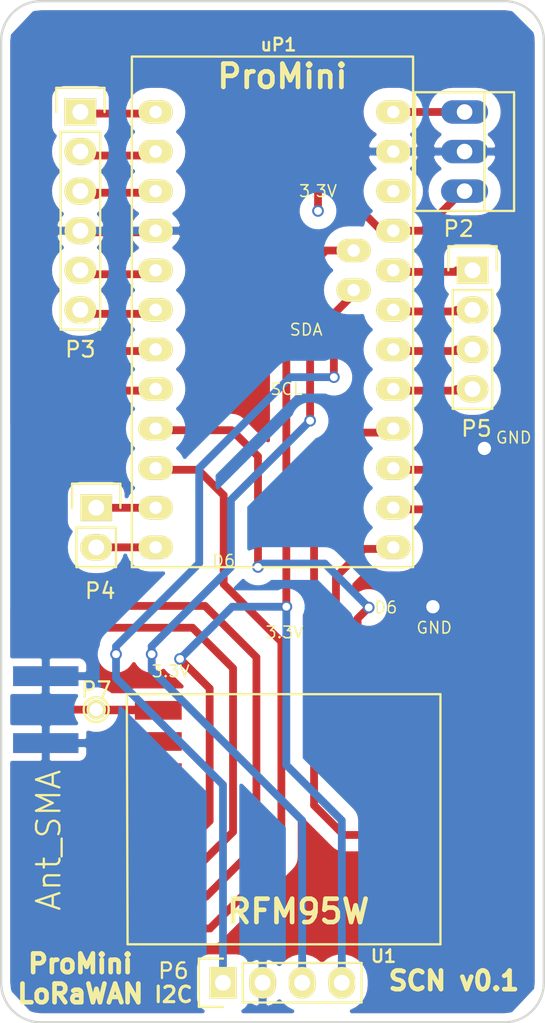
<source format=kicad_pcb>
(kicad_pcb (version 4) (host pcbnew 4.0.2+dfsg1-stable)

  (general
    (links 38)
    (no_connects 0)
    (area 138.142 97.714999 173.306174 163.397001)
    (thickness 1.6)
    (drawings 22)
    (tracks 209)
    (zones 0)
    (modules 9)
    (nets 30)
  )

  (page A4)
  (layers
    (0 F.Cu signal)
    (31 B.Cu signal)
    (32 B.Adhes user)
    (33 F.Adhes user)
    (34 B.Paste user)
    (35 F.Paste user)
    (36 B.SilkS user)
    (37 F.SilkS user)
    (38 B.Mask user)
    (39 F.Mask user)
    (40 Dwgs.User user)
    (41 Cmts.User user)
    (42 Eco1.User user)
    (43 Eco2.User user)
    (44 Edge.Cuts user)
    (45 Margin user)
    (46 B.CrtYd user)
    (47 F.CrtYd user)
    (48 B.Fab user)
    (49 F.Fab user)
  )

  (setup
    (last_trace_width 0.5)
    (trace_clearance 0.8)
    (zone_clearance 0.508)
    (zone_45_only no)
    (trace_min 0.5)
    (segment_width 0.2)
    (edge_width 0.15)
    (via_size 0.75)
    (via_drill 0.5)
    (via_min_size 0.6)
    (via_min_drill 0.3)
    (uvia_size 0.3)
    (uvia_drill 0.1)
    (uvias_allowed no)
    (uvia_min_size 0.2)
    (uvia_min_drill 0.1)
    (pcb_text_width 0.3)
    (pcb_text_size 1.5 1.5)
    (mod_edge_width 0.15)
    (mod_text_size 1 1)
    (mod_text_width 0.15)
    (pad_size 1 1)
    (pad_drill 0.635)
    (pad_to_mask_clearance 0.2)
    (aux_axis_origin 0 0)
    (visible_elements FFFFFF7F)
    (pcbplotparams
      (layerselection 0x035f0_80000001)
      (usegerberextensions false)
      (excludeedgelayer true)
      (linewidth 0.100000)
      (plotframeref false)
      (viasonmask false)
      (mode 1)
      (useauxorigin false)
      (hpglpennumber 1)
      (hpglpenspeed 20)
      (hpglpendiameter 15)
      (hpglpenoverlay 2)
      (psnegative false)
      (psa4output false)
      (plotreference false)
      (plotvalue false)
      (plotinvisibletext false)
      (padsonsilk false)
      (subtractmaskfromsilk false)
      (outputformat 1)
      (mirror false)
      (drillshape 0)
      (scaleselection 1)
      (outputdirectory Gerbers/))
  )

  (net 0 "")
  (net 1 GND)
  (net 2 MISO)
  (net 3 MOSI)
  (net 4 CLK)
  (net 5 D10)
  (net 6 "Net-(U1-Pad6)")
  (net 7 D6)
  (net 8 "Net-(U1-Pad11)")
  (net 9 "Net-(U1-Pad12)")
  (net 10 +3V3)
  (net 11 D4)
  (net 12 D5)
  (net 13 D7)
  (net 14 "Net-(uP1-Pad22)")
  (net 15 Ant)
  (net 16 TX0)
  (net 17 RX1)
  (net 18 RESET)
  (net 19 D2)
  (net 20 D3)
  (net 21 D8)
  (net 22 D9)
  (net 23 A0)
  (net 24 A1)
  (net 25 A2)
  (net 26 A3)
  (net 27 "Net-(P2-Pad1)")
  (net 28 SDA)
  (net 29 SCL)

  (net_class Default "This is the default net class."
    (clearance 0.8)
    (trace_width 0.5)
    (via_dia 0.75)
    (via_drill 0.5)
    (uvia_dia 0.3)
    (uvia_drill 0.1)
    (add_net +3V3)
    (add_net A0)
    (add_net A1)
    (add_net A2)
    (add_net A3)
    (add_net Ant)
    (add_net CLK)
    (add_net D10)
    (add_net D2)
    (add_net D3)
    (add_net D4)
    (add_net D5)
    (add_net D6)
    (add_net D7)
    (add_net D8)
    (add_net D9)
    (add_net GND)
    (add_net MISO)
    (add_net MOSI)
    (add_net "Net-(P2-Pad1)")
    (add_net "Net-(U1-Pad11)")
    (add_net "Net-(U1-Pad12)")
    (add_net "Net-(U1-Pad6)")
    (add_net "Net-(uP1-Pad22)")
    (add_net RESET)
    (add_net RX1)
    (add_net SCL)
    (add_net SDA)
    (add_net TX0)
  )

  (module Connect:PINTST (layer F.Cu) (tedit 5819560E) (tstamp 58157566)
    (at 144.526 143.256)
    (descr "module 1 pin (ou trou mecanique de percage)")
    (tags DEV)
    (path /58157517)
    (fp_text reference P7 (at 0 -1.26746) (layer F.SilkS)
      (effects (font (size 1 1) (thickness 0.15)))
    )
    (fp_text value Ant (at 0 1.27) (layer F.Fab)
      (effects (font (size 1 1) (thickness 0.15)))
    )
    (fp_circle (center 0 0) (end -0.254 -0.762) (layer F.SilkS) (width 0.15))
    (pad 1 thru_hole circle (at 0 0) (size 1.253 1.253) (drill 0.85) (layers *.Cu *.Mask F.SilkS)
      (net 15 Ant))
    (model Connect.3dshapes/PINTST.wrl
      (at (xyz 0 0 0))
      (scale (xyz 1 1 1))
      (rotate (xyz 0 0 0))
    )
  )

  (module Pin_Headers:Pin_Header_Straight_1x02 (layer F.Cu) (tedit 5818D5E6) (tstamp 5810D56D)
    (at 144.526 130.302)
    (descr "Through hole pin header")
    (tags "pin header")
    (path /5810D788)
    (fp_text reference P4 (at 0.254 5.334) (layer F.SilkS)
      (effects (font (size 1 1) (thickness 0.15)))
    )
    (fp_text value CONN_2 (at -2.826 1.398 90) (layer F.Fab) hide
      (effects (font (size 1 1) (thickness 0.15)))
    )
    (fp_line (start 1.27 1.27) (end 1.27 3.81) (layer F.SilkS) (width 0.15))
    (fp_line (start 1.55 -1.55) (end 1.55 0) (layer F.SilkS) (width 0.15))
    (fp_line (start -1.75 -1.75) (end -1.75 4.3) (layer F.CrtYd) (width 0.05))
    (fp_line (start 1.75 -1.75) (end 1.75 4.3) (layer F.CrtYd) (width 0.05))
    (fp_line (start -1.75 -1.75) (end 1.75 -1.75) (layer F.CrtYd) (width 0.05))
    (fp_line (start -1.75 4.3) (end 1.75 4.3) (layer F.CrtYd) (width 0.05))
    (fp_line (start 1.27 1.27) (end -1.27 1.27) (layer F.SilkS) (width 0.15))
    (fp_line (start -1.55 0) (end -1.55 -1.55) (layer F.SilkS) (width 0.15))
    (fp_line (start -1.55 -1.55) (end 1.55 -1.55) (layer F.SilkS) (width 0.15))
    (fp_line (start -1.27 1.27) (end -1.27 3.81) (layer F.SilkS) (width 0.15))
    (fp_line (start -1.27 3.81) (end 1.27 3.81) (layer F.SilkS) (width 0.15))
    (pad 1 thru_hole rect (at 0 0) (size 2.032 1.7) (drill 1.016) (layers *.Cu *.Mask F.SilkS)
      (net 21 D8))
    (pad 2 thru_hole oval (at 0 2.54) (size 2.032 1.7) (drill 1.016) (layers *.Cu *.Mask F.SilkS)
      (net 22 D9))
    (model Pin_Headers.3dshapes/Pin_Header_Straight_1x02.wrl
      (at (xyz 0 -0.05 0))
      (scale (xyz 1 1 1))
      (rotate (xyz 0 0 90))
    )
  )

  (module mysensors_connectors:SMA_EDGE (layer F.Cu) (tedit 58111359) (tstamp 580FE37D)
    (at 139.192 143.256 270)
    (path /580FD555)
    (fp_text reference P1 (at 0 -6.35 270) (layer F.SilkS) hide
      (effects (font (size 1.5 1.5) (thickness 0.15)))
    )
    (fp_text value Ant_SMA (at 8.382 -2.286 450) (layer F.SilkS)
      (effects (font (size 1.5 1.5) (thickness 0.15)))
    )
    (pad 2 smd rect (at -2.1463 -2.0955 270) (size 1.27 4.191) (layers F.Cu F.Paste F.Mask)
      (net 1 GND))
    (pad 2 smd rect (at 2.1463 -2.0955 270) (size 1.27 4.191) (layers F.Cu F.Paste F.Mask)
      (net 1 GND))
    (pad 1 smd rect (at 0 -1.8415 270) (size 1.27 3.683) (layers F.Cu F.Paste F.Mask)
      (net 15 Ant))
    (pad 2 smd rect (at -2.1463 -2.0955 270) (size 1.27 4.191) (layers B.Cu F.Paste F.Mask)
      (net 1 GND))
    (pad 2 smd rect (at 2.1463 -2.0955 270) (size 1.27 4.191) (layers B.Cu F.Paste F.Mask)
      (net 1 GND))
  )

  (module Connect:PINHEAD1-3 (layer F.Cu) (tedit 5818D5CC) (tstamp 5810D55D)
    (at 168.148 107.442 270)
    (path /5810D139)
    (attr virtual)
    (fp_text reference P2 (at 4.953 0.381 360) (layer F.SilkS)
      (effects (font (size 1 1) (thickness 0.15)))
    )
    (fp_text value "3.3v Gnd Raw" (at 0 -2.794 270) (layer F.Fab)
      (effects (font (size 0.75 0.75) (thickness 0.15)))
    )
    (fp_line (start -3.81 -3.175) (end -3.81 3.175) (layer F.SilkS) (width 0.15))
    (fp_line (start 3.81 -3.175) (end 3.81 3.175) (layer F.SilkS) (width 0.15))
    (fp_line (start 3.81 -1.27) (end -3.81 -1.27) (layer F.SilkS) (width 0.15))
    (fp_line (start -3.81 -3.175) (end 3.81 -3.175) (layer F.SilkS) (width 0.15))
    (fp_line (start 3.81 3.175) (end -3.81 3.175) (layer F.SilkS) (width 0.15))
    (pad 1 thru_hole oval (at -2.54 0 270) (size 1.50622 3.01498) (drill 0.99822) (layers *.Cu *.Mask)
      (net 27 "Net-(P2-Pad1)"))
    (pad 2 thru_hole oval (at 0 0 270) (size 1.50622 3.01498) (drill 0.99822) (layers *.Cu *.Mask)
      (net 1 GND))
    (pad 3 thru_hole oval (at 2.54 0 270) (size 1.50622 3.01498) (drill 0.99822) (layers *.Cu *.Mask)
      (net 10 +3V3))
  )

  (module Pin_Headers:Pin_Header_Straight_1x06 (layer F.Cu) (tedit 5818D24D) (tstamp 5810D567)
    (at 143.51 104.902)
    (descr "Through hole pin header")
    (tags "pin header")
    (path /5810D4F6)
    (fp_text reference P3 (at 0 15.24) (layer F.SilkS)
      (effects (font (size 1 1) (thickness 0.15)))
    )
    (fp_text value CONN_1 (at -3.048 5.842 90) (layer F.Fab) hide
      (effects (font (size 1 1) (thickness 0.15)))
    )
    (fp_line (start -1.75 -1.75) (end -1.75 14.45) (layer F.CrtYd) (width 0.05))
    (fp_line (start 1.75 -1.75) (end 1.75 14.45) (layer F.CrtYd) (width 0.05))
    (fp_line (start -1.75 -1.75) (end 1.75 -1.75) (layer F.CrtYd) (width 0.05))
    (fp_line (start -1.75 14.45) (end 1.75 14.45) (layer F.CrtYd) (width 0.05))
    (fp_line (start 1.27 1.27) (end 1.27 13.97) (layer F.SilkS) (width 0.15))
    (fp_line (start 1.27 13.97) (end -1.27 13.97) (layer F.SilkS) (width 0.15))
    (fp_line (start -1.27 13.97) (end -1.27 1.27) (layer F.SilkS) (width 0.15))
    (fp_line (start 1.55 -1.55) (end 1.55 0) (layer F.SilkS) (width 0.15))
    (fp_line (start 1.27 1.27) (end -1.27 1.27) (layer F.SilkS) (width 0.15))
    (fp_line (start -1.55 0) (end -1.55 -1.55) (layer F.SilkS) (width 0.15))
    (fp_line (start -1.55 -1.55) (end 1.55 -1.55) (layer F.SilkS) (width 0.15))
    (pad 1 thru_hole rect (at 0 0) (size 2.032 1.7272) (drill 1.016) (layers *.Cu *.Mask F.SilkS)
      (net 16 TX0))
    (pad 2 thru_hole oval (at 0 2.54) (size 2.032 1.7272) (drill 1.016) (layers *.Cu *.Mask F.SilkS)
      (net 17 RX1))
    (pad 3 thru_hole oval (at 0 5.08) (size 2.032 1.7272) (drill 1.016) (layers *.Cu *.Mask F.SilkS)
      (net 18 RESET))
    (pad 4 thru_hole oval (at 0 7.62) (size 2.032 1.7272) (drill 1.016) (layers *.Cu *.Mask F.SilkS)
      (net 1 GND))
    (pad 5 thru_hole oval (at 0 10.16) (size 2.032 1.7272) (drill 1.016) (layers *.Cu *.Mask F.SilkS)
      (net 19 D2))
    (pad 6 thru_hole oval (at 0 12.7) (size 2.032 1.7272) (drill 1.016) (layers *.Cu *.Mask F.SilkS)
      (net 20 D3))
    (model Pin_Headers.3dshapes/Pin_Header_Straight_1x06.wrl
      (at (xyz 0 -0.25 0))
      (scale (xyz 1 1 1))
      (rotate (xyz 0 0 90))
    )
  )

  (module Pin_Headers:Pin_Header_Straight_1x04 (layer F.Cu) (tedit 5818D25E) (tstamp 5810D575)
    (at 168.656 115.062)
    (descr "Through hole pin header")
    (tags "pin header")
    (path /5810D3C5)
    (fp_text reference P5 (at 0.254 10.16) (layer F.SilkS)
      (effects (font (size 1 1) (thickness 0.15)))
    )
    (fp_text value CONN_3 (at 2.794 4.064 90) (layer F.Fab) hide
      (effects (font (size 1 1) (thickness 0.15)))
    )
    (fp_line (start -1.75 -1.75) (end -1.75 9.4) (layer F.CrtYd) (width 0.05))
    (fp_line (start 1.75 -1.75) (end 1.75 9.4) (layer F.CrtYd) (width 0.05))
    (fp_line (start -1.75 -1.75) (end 1.75 -1.75) (layer F.CrtYd) (width 0.05))
    (fp_line (start -1.75 9.4) (end 1.75 9.4) (layer F.CrtYd) (width 0.05))
    (fp_line (start -1.27 1.27) (end -1.27 8.89) (layer F.SilkS) (width 0.15))
    (fp_line (start 1.27 1.27) (end 1.27 8.89) (layer F.SilkS) (width 0.15))
    (fp_line (start 1.55 -1.55) (end 1.55 0) (layer F.SilkS) (width 0.15))
    (fp_line (start -1.27 8.89) (end 1.27 8.89) (layer F.SilkS) (width 0.15))
    (fp_line (start 1.27 1.27) (end -1.27 1.27) (layer F.SilkS) (width 0.15))
    (fp_line (start -1.55 0) (end -1.55 -1.55) (layer F.SilkS) (width 0.15))
    (fp_line (start -1.55 -1.55) (end 1.55 -1.55) (layer F.SilkS) (width 0.15))
    (pad 1 thru_hole rect (at 0 0) (size 2.032 1.7272) (drill 1.016) (layers *.Cu *.Mask F.SilkS)
      (net 26 A3))
    (pad 2 thru_hole oval (at 0 2.54) (size 2.032 1.7272) (drill 1.016) (layers *.Cu *.Mask F.SilkS)
      (net 25 A2))
    (pad 3 thru_hole oval (at 0 5.08) (size 2.032 1.7272) (drill 1.016) (layers *.Cu *.Mask F.SilkS)
      (net 24 A1))
    (pad 4 thru_hole oval (at 0 7.62) (size 2.032 1.7272) (drill 1.016) (layers *.Cu *.Mask F.SilkS)
      (net 23 A0))
    (model Pin_Headers.3dshapes/Pin_Header_Straight_1x04.wrl
      (at (xyz 0 -0.15 0))
      (scale (xyz 1 1 1))
      (rotate (xyz 0 0 90))
    )
  )

  (module mysensors_radios:RFM69HW_SMD_Handsoldering-Narrow (layer F.Cu) (tedit 58142CD3) (tstamp 580FC6CB)
    (at 163.2 157.3 180)
    (descr RFM69HW)
    (tags "RFM69HW, RF69")
    (path /580F94AC)
    (fp_text reference U1 (at 0.254 -1.778 180) (layer F.SilkS)
      (effects (font (size 0.8 0.8) (thickness 0.16)))
    )
    (fp_text value RFM95HW (at 7.1628 6.8072 180) (layer F.Fab) hide
      (effects (font (size 0.8 0.8) (thickness 0.16)))
    )
    (fp_line (start -3.4036 15.0368) (end 16.7132 15.0368) (layer B.CrtYd) (width 0.15))
    (fp_line (start 16.7132 15.0368) (end 16.7132 -1.016) (layer B.CrtYd) (width 0.15))
    (fp_line (start 16.7132 -1.016) (end -3.4036 -1.016) (layer B.CrtYd) (width 0.15))
    (fp_line (start 16.7132 15.0368) (end 16.7132 -1.016) (layer F.CrtYd) (width 0.15))
    (fp_line (start 16.7132 -1.016) (end -3.4036 -1.016) (layer F.CrtYd) (width 0.15))
    (fp_line (start -3.3528 15.0368) (end 16.764 15.0368) (layer F.CrtYd) (width 0.15))
    (fp_line (start -3.4036 15.0368) (end 16.7132 15.0368) (layer F.SilkS) (width 0.15))
    (fp_line (start 16.7132 15.0368) (end 16.6624 -1.016) (layer F.SilkS) (width 0.15))
    (fp_line (start 16.6624 -1.016) (end -3.4036 -1.016) (layer F.SilkS) (width 0.15))
    (fp_line (start -3.4036 -1.016) (end -3.3528 -1.016) (layer F.SilkS) (width 0.15))
    (fp_line (start -3.4 15) (end -3.4 -1) (layer F.SilkS) (width 0.15))
    (fp_line (start -3.4 -1) (end -3.4 15) (layer F.CrtYd) (width 0.15))
    (fp_line (start -3.4 -1) (end -3.4 15) (layer B.CrtYd) (width 0.15))
    (pad 1 smd rect (at -1.4 0 180) (size 3 1.2) (layers F.Cu F.Paste F.Mask)
      (net 1 GND))
    (pad 2 smd rect (at -1.4 2 180) (size 3 1.2) (layers F.Cu F.Paste F.Mask)
      (net 2 MISO))
    (pad 3 smd rect (at -1.4 4 180) (size 3 1.2) (layers F.Cu F.Paste F.Mask)
      (net 3 MOSI))
    (pad 4 smd rect (at -1.4 6 180) (size 3 1.2) (layers F.Cu F.Paste F.Mask)
      (net 4 CLK))
    (pad 5 smd rect (at -1.4 8 180) (size 3 1.2) (layers F.Cu F.Paste F.Mask)
      (net 5 D10))
    (pad 6 smd rect (at -1.4 10 180) (size 3 1.2) (layers F.Cu F.Paste F.Mask)
      (net 6 "Net-(U1-Pad6)"))
    (pad 7 smd rect (at -1.4 12 180) (size 3 1.2) (layers F.Cu F.Paste F.Mask)
      (net 7 D6))
    (pad 8 smd rect (at -1.4 14 180) (size 3 1.2) (layers F.Cu F.Paste F.Mask)
      (net 1 GND))
    (pad 9 smd rect (at 14.6932 14 180) (size 3 1.2) (layers F.Cu F.Paste F.Mask)
      (net 15 Ant))
    (pad 10 smd rect (at 14.6932 12 180) (size 3 1.2) (layers F.Cu F.Paste F.Mask)
      (net 1 GND))
    (pad 11 smd rect (at 14.6932 10 180) (size 3 1.2) (layers F.Cu F.Paste F.Mask)
      (net 8 "Net-(U1-Pad11)"))
    (pad 12 smd rect (at 14.6932 8 180) (size 3 1.2) (layers F.Cu F.Paste F.Mask)
      (net 9 "Net-(U1-Pad12)"))
    (pad 13 smd rect (at 14.6932 6 180) (size 3 1.2) (layers F.Cu F.Paste F.Mask)
      (net 10 +3V3))
    (pad 14 smd rect (at 14.6932 4 180) (size 3 1.2) (layers F.Cu F.Paste F.Mask)
      (net 11 D4))
    (pad 15 smd rect (at 14.6932 2 180) (size 3 1.2) (layers F.Cu F.Paste F.Mask)
      (net 12 D5))
    (pad 16 smd rect (at 14.6932 0 180) (size 3 1.2) (layers F.Cu F.Paste F.Mask)
      (net 13 D7))
    (model ${MYSLOCAL}/mysensors.3dshapes/mysensors_radios.3dshapes/rfm69hw.wrl
      (at (xyz 0.332 -0.275 0.03))
      (scale (xyz 0.395 0.395 0.395))
      (rotate (xyz 0 0 180))
    )
    (model Crystals.3dshapes/crystal_FA238-TSX3225.wrl
      (at (xyz 0.332 -0.08 0.06))
      (scale (xyz 0.24 0.24 0.24))
      (rotate (xyz 0 0 90))
    )
    (model Housings_DFN_QFN.3dshapes/QFN-28-1EP_5x5mm_Pitch0.5mm.wrl
      (at (xyz 0.204 -0.445 0.06))
      (scale (xyz 1 1 1))
      (rotate (xyz 0 0 0))
    )
  )

  (module Pin_Headers:Pin_Header_Straight_1x04 (layer F.Cu) (tedit 5818D606) (tstamp 581519DD)
    (at 152.654 160.782 90)
    (descr "Through hole pin header")
    (tags "pin header")
    (path /58151EAD)
    (fp_text reference P6 (at 0.762 -3.175 180) (layer F.SilkS)
      (effects (font (size 1 1) (thickness 0.15)))
    )
    (fp_text value "" (at 0.254 -4.572 180) (layer F.Fab)
      (effects (font (size 1 1) (thickness 0.15)))
    )
    (fp_line (start -1.75 -1.75) (end -1.75 9.4) (layer F.CrtYd) (width 0.05))
    (fp_line (start 1.75 -1.75) (end 1.75 9.4) (layer F.CrtYd) (width 0.05))
    (fp_line (start -1.75 -1.75) (end 1.75 -1.75) (layer F.CrtYd) (width 0.05))
    (fp_line (start -1.75 9.4) (end 1.75 9.4) (layer F.CrtYd) (width 0.05))
    (fp_line (start -1.27 1.27) (end -1.27 8.89) (layer F.SilkS) (width 0.15))
    (fp_line (start 1.27 1.27) (end 1.27 8.89) (layer F.SilkS) (width 0.15))
    (fp_line (start 1.55 -1.55) (end 1.55 0) (layer F.SilkS) (width 0.15))
    (fp_line (start -1.27 8.89) (end 1.27 8.89) (layer F.SilkS) (width 0.15))
    (fp_line (start 1.27 1.27) (end -1.27 1.27) (layer F.SilkS) (width 0.15))
    (fp_line (start -1.55 0) (end -1.55 -1.55) (layer F.SilkS) (width 0.15))
    (fp_line (start -1.55 -1.55) (end 1.55 -1.55) (layer F.SilkS) (width 0.15))
    (pad 1 thru_hole rect (at 0 0 90) (size 2.032 1.7272) (drill 1.016) (layers *.Cu *.Mask F.SilkS)
      (net 28 SDA))
    (pad 2 thru_hole oval (at 0 2.54 90) (size 2.032 1.7272) (drill 1.016) (layers *.Cu *.Mask F.SilkS)
      (net 1 GND))
    (pad 3 thru_hole oval (at 0 5.08 90) (size 2.032 1.7272) (drill 1.016) (layers *.Cu *.Mask F.SilkS)
      (net 29 SCL))
    (pad 4 thru_hole oval (at 0 7.62 90) (size 2.032 1.7272) (drill 1.016) (layers *.Cu *.Mask F.SilkS)
      (net 10 +3V3))
    (model Pin_Headers.3dshapes/Pin_Header_Straight_1x04.wrl
      (at (xyz 0 -0.15 0))
      (scale (xyz 1 1 1))
      (rotate (xyz 0 0 90))
    )
  )

  (module mysensors_arduino:pro_mini-26 (layer F.Cu) (tedit 58152BFB) (tstamp 58152BB7)
    (at 155.956 118.872 270)
    (descr "IC, ARDUINO_PRO_MINI x 0,6\"")
    (tags "DIL ARDUINO PRO MINI")
    (path /580F9317)
    (fp_text reference uP1 (at -18.288 -0.254 360) (layer F.SilkS)
      (effects (font (size 0.8 0.8) (thickness 0.16)))
    )
    (fp_text value ARDUPROMINI-6-2 (at 0 0 270) (layer F.Fab) hide
      (effects (font (size 0.8 0.8) (thickness 0.16)))
    )
    (fp_line (start 15.24 9.144) (end 15.24 -8.89) (layer F.SilkS) (width 0.15))
    (fp_line (start -17.526 -8.89) (end -17.526 9.144) (layer F.SilkS) (width 0.15))
    (fp_line (start 15.24 9.144) (end -17.526 9.144) (layer F.SilkS) (width 0.15))
    (fp_line (start -17.526 -8.89) (end 15.24 -8.89) (layer F.SilkS) (width 0.15))
    (pad 1 thru_hole oval (at -13.97 7.62 270) (size 1.50114 2.19964) (drill 0.8001) (layers *.Cu *.Mask F.SilkS)
      (net 16 TX0))
    (pad 2 thru_hole oval (at -11.43 7.62 270) (size 1.50114 2.19964) (drill 0.8001) (layers *.Cu *.Mask F.SilkS)
      (net 17 RX1))
    (pad 3 thru_hole oval (at -8.89 7.62 270) (size 1.50114 2.19964) (drill 0.8001) (layers *.Cu *.Mask F.SilkS)
      (net 18 RESET))
    (pad 4 thru_hole oval (at -6.35 7.62 270) (size 1.50114 2.19964) (drill 0.8001) (layers *.Cu *.Mask F.SilkS)
      (net 1 GND))
    (pad 5 thru_hole oval (at -3.81 7.62 270) (size 1.50114 2.19964) (drill 0.8001) (layers *.Cu *.Mask F.SilkS)
      (net 19 D2))
    (pad 6 thru_hole oval (at -1.27 7.62 270) (size 1.50114 2.19964) (drill 0.8001) (layers *.Cu *.Mask F.SilkS)
      (net 20 D3))
    (pad 7 thru_hole oval (at 1.27 7.62 270) (size 1.50114 2.19964) (drill 0.8001) (layers *.Cu *.Mask F.SilkS)
      (net 11 D4))
    (pad 8 thru_hole oval (at 3.81 7.62 270) (size 1.50114 2.19964) (drill 0.8001) (layers *.Cu *.Mask F.SilkS)
      (net 12 D5))
    (pad 9 thru_hole oval (at 6.35 7.62 270) (size 1.50114 2.19964) (drill 0.8001) (layers *.Cu *.Mask F.SilkS)
      (net 7 D6))
    (pad 10 thru_hole oval (at 8.89 7.62 270) (size 1.50114 2.19964) (drill 0.8001) (layers *.Cu *.Mask F.SilkS)
      (net 13 D7))
    (pad 11 thru_hole oval (at 11.43 7.62 270) (size 1.50114 2.19964) (drill 0.8001) (layers *.Cu *.Mask F.SilkS)
      (net 21 D8))
    (pad 12 thru_hole oval (at 13.97 7.62 270) (size 1.50114 2.19964) (drill 0.8001) (layers *.Cu *.Mask F.SilkS)
      (net 22 D9))
    (pad 13 thru_hole oval (at 13.97 -7.62 270) (size 1.50114 2.19964) (drill 0.8001) (layers *.Cu *.Mask F.SilkS)
      (net 5 D10))
    (pad 14 thru_hole oval (at 11.43 -7.62 270) (size 1.50114 2.19964) (drill 0.8001) (layers *.Cu *.Mask F.SilkS)
      (net 3 MOSI))
    (pad 15 thru_hole oval (at 8.89 -7.62 270) (size 1.50114 2.19964) (drill 0.8001) (layers *.Cu *.Mask F.SilkS)
      (net 2 MISO))
    (pad 16 thru_hole oval (at 6.35 -7.62 270) (size 1.50114 2.19964) (drill 0.8001) (layers *.Cu *.Mask F.SilkS)
      (net 4 CLK))
    (pad 17 thru_hole oval (at 3.81 -7.62 270) (size 1.50114 2.19964) (drill 0.8001) (layers *.Cu *.Mask F.SilkS)
      (net 23 A0))
    (pad 18 thru_hole oval (at 1.27 -7.62 270) (size 1.50114 2.19964) (drill 0.8001) (layers *.Cu *.Mask F.SilkS)
      (net 24 A1))
    (pad 19 thru_hole oval (at -1.27 -7.62 270) (size 1.50114 2.19964) (drill 0.8001) (layers *.Cu *.Mask F.SilkS)
      (net 25 A2))
    (pad 20 thru_hole oval (at -3.81 -7.62 270) (size 1.50114 2.19964) (drill 0.8001) (layers *.Cu *.Mask F.SilkS)
      (net 26 A3))
    (pad 21 thru_hole oval (at -6.35 -7.62 270) (size 1.50114 2.19964) (drill 0.8001) (layers *.Cu *.Mask F.SilkS)
      (net 10 +3V3))
    (pad 22 thru_hole oval (at -8.89 -7.62 270) (size 1.50114 2.19964) (drill 0.8001) (layers *.Cu *.Mask F.SilkS)
      (net 14 "Net-(uP1-Pad22)"))
    (pad 23 thru_hole oval (at -11.43 -7.62 270) (size 1.50114 2.19964) (drill 0.8001) (layers *.Cu *.Mask F.SilkS)
      (net 1 GND))
    (pad 24 thru_hole oval (at -13.97 -7.62 270) (size 1.50114 2.19964) (drill 0.8001) (layers *.Cu *.Mask F.SilkS)
      (net 27 "Net-(P2-Pad1)"))
    (pad 25 thru_hole oval (at -2.54 -5.08 270) (size 1.50114 2.19964) (drill 0.8001) (layers *.Cu *.Mask F.SilkS)
      (net 28 SDA))
    (pad 26 thru_hole oval (at -5.08 -5.08 270) (size 1.50114 2.19964) (drill 0.8001) (layers *.Cu *.Mask F.SilkS)
      (net 29 SCL))
    (model Socket_Strips.3dshapes/Socket_Strip_Straight_1x02.wrl
      (at (xyz -0.15 0.2 0))
      (scale (xyz 1 1 1))
      (rotate (xyz 0 0 0))
    )
    (model Socket_Strips.3dshapes/Socket_Strip_Straight_1x03.wrl
      (at (xyz 0.55 0.1 0))
      (scale (xyz 1 1 1))
      (rotate (xyz 0 0 90))
    )
    (model Socket_Strips.3dshapes/Socket_Strip_Straight_1x12.wrl
      (at (xyz 0 0.3 0))
      (scale (xyz 1 1 1))
      (rotate (xyz 0 0 0))
    )
    (model Socket_Strips.3dshapes/Socket_Strip_Straight_1x12.wrl
      (at (xyz 0 -0.3 0))
      (scale (xyz 1 1 1))
      (rotate (xyz 0 0 0))
    )
    (model Socket_Strips.3dshapes/Socket_Strip_Straight_1x02.wrl
      (at (xyz 0.25 0.2 0))
      (scale (xyz 1 1 1))
      (rotate (xyz 0 0 0))
    )
    (model ${MYSLOCAL}/mysensors.3dshapes/mysensors_arduino.3dshapes/arduino_pro_mini.wrl
      (at (xyz -0.05 0 0.48))
      (scale (xyz 0.395 0.395 0.395))
      (rotate (xyz 0 0 180))
    )
    (model SMD_Packages.3dshapes/TQFP-32.wrl
      (at (xyz 0.05 0 0.5125))
      (scale (xyz 1 1 1))
      (rotate (xyz 0 0 315))
    )
    (model Pin_Headers.3dshapes/Pin_Header_Straight_1x12.wrl
      (at (xyz 0 -0.3 0.445))
      (scale (xyz 1 1 1))
      (rotate (xyz 0 180 0))
    )
    (model Pin_Headers.3dshapes/Pin_Header_Straight_1x12.wrl
      (at (xyz 0 0.3 0.445))
      (scale (xyz 1 1 1))
      (rotate (xyz 0 180 0))
    )
    (model Pin_Headers.3dshapes/Pin_Header_Straight_1x03.wrl
      (at (xyz 0.55 0.1 0.445))
      (scale (xyz 1 1 1))
      (rotate (xyz 0 180 90))
    )
    (model Pin_Headers.3dshapes/Pin_Header_Straight_1x02.wrl
      (at (xyz 0.25 0.2 0.445))
      (scale (xyz 1 1 1))
      (rotate (xyz 0 180 0))
    )
    (model Pin_Headers.3dshapes/Pin_Header_Straight_1x02.wrl
      (at (xyz -0.15 0.2 0.445))
      (scale (xyz 1 1 1))
      (rotate (xyz 0 180 0))
    )
    (model ${MYSLOCAL}/mysensors.3dshapes/w.lain.3dshapes/smd_leds/led_0603.wrl
      (at (xyz -0.3 0 0.5125))
      (scale (xyz 1 1 1))
      (rotate (xyz 0 0 0))
    )
    (model ${MYSLOCAL}/mysensors.3dshapes/w.lain.3dshapes/smd_leds/led_0603.wrl
      (at (xyz 0.55 -0.175 0.5125))
      (scale (xyz 1 1 1))
      (rotate (xyz 0 0 0))
    )
    (model Pin_Headers.3dshapes/Pin_Header_Angled_1x06.wrl
      (at (xyz -0.65 0 0.5125))
      (scale (xyz 1 1 1))
      (rotate (xyz 0 0 270))
    )
    (model Resistors_SMD.3dshapes/R_0603.wrl
      (at (xyz -0.3 -0.05 0.5125))
      (scale (xyz 1 1 1))
      (rotate (xyz 0 0 0))
    )
    (model Resistors_SMD.3dshapes/R_0603.wrl
      (at (xyz 0.55 -0.125 0.5125))
      (scale (xyz 1 1 1))
      (rotate (xyz 0 0 0))
    )
    (model Capacitors_SMD.3dshapes/C_0603.wrl
      (at (xyz -0.3 0.05 0.5125))
      (scale (xyz 1 1 1))
      (rotate (xyz 0 0 0))
    )
    (model Capacitors_Tantalum_SMD.3dshapes/TantalC_SizeS_EIA-3216.wrl
      (at (xyz -0.35 0.15 0.5125))
      (scale (xyz 1 1 1))
      (rotate (xyz 0 0 0))
    )
    (model Capacitors_Tantalum_SMD.3dshapes/TantalC_SizeS_EIA-3216.wrl
      (at (xyz -0.35 -0.15 0.5125))
      (scale (xyz 1 1 1))
      (rotate (xyz 0 0 0))
    )
    (model TO_SOT_Packages_SMD.3dshapes/SOT-23-5.wrl
      (at (xyz -0.4 0 0.5125))
      (scale (xyz 1 1 1))
      (rotate (xyz 0 0 90))
    )
    (model Capacitors_SMD.3dshapes/C_1210.wrl
      (at (xyz -0.5 0 0.5125))
      (scale (xyz 1 1 1))
      (rotate (xyz 0 0 90))
    )
  )

  (gr_arc (start 170.688 160.782) (end 173.228 160.782) (angle 90) (layer Edge.Cuts) (width 0.15))
  (gr_arc (start 140.97 160.782) (end 140.97 163.322) (angle 90) (layer Edge.Cuts) (width 0.15))
  (gr_arc (start 140.97 100.33) (end 138.43 100.33) (angle 90) (layer Edge.Cuts) (width 0.15))
  (gr_arc (start 170.688 100.33) (end 170.815 97.79) (angle 90) (layer Edge.Cuts) (width 0.15))
  (gr_line (start 173.228 160.782) (end 173.228 100.33) (angle 90) (layer Edge.Cuts) (width 0.15))
  (gr_line (start 140.97 163.322) (end 170.688 163.322) (angle 90) (layer Edge.Cuts) (width 0.15))
  (gr_line (start 138.43 100.33) (end 138.43 160.782) (angle 90) (layer Edge.Cuts) (width 0.15))
  (gr_line (start 170.688 97.79) (end 140.97 97.79) (angle 90) (layer Edge.Cuts) (width 0.15))
  (gr_text " SCN v0.1" (at 167.005 160.655) (layer F.SilkS)
    (effects (font (size 1.2 1.2) (thickness 0.3)))
  )
  (gr_text I2C (at 149.479 161.544) (layer F.SilkS)
    (effects (font (size 1 1) (thickness 0.2)))
  )
  (gr_text ProMini (at 156.464 102.616) (layer F.SilkS)
    (effects (font (size 1.5 1.5) (thickness 0.3)))
  )
  (gr_text SCL (at 156.718 122.682) (layer F.SilkS)
    (effects (font (size 0.75 0.75) (thickness 0.1)))
  )
  (gr_text SDA (at 157.988 118.872) (layer F.SilkS)
    (effects (font (size 0.75 0.75) (thickness 0.1)))
  )
  (gr_text 3.3V (at 158.75 109.982) (layer F.SilkS)
    (effects (font (size 0.75 0.75) (thickness 0.1)))
  )
  (gr_text GND (at 171.3 125.8) (layer F.SilkS)
    (effects (font (size 0.75 0.75) (thickness 0.1)))
  )
  (gr_text GND (at 166.2 138) (layer F.SilkS)
    (effects (font (size 0.75 0.75) (thickness 0.1)))
  )
  (gr_text D6 (at 152.7 133.7) (layer F.SilkS)
    (effects (font (size 0.75 0.75) (thickness 0.1)))
  )
  (gr_text D6 (at 163.1 136.7) (layer F.SilkS)
    (effects (font (size 0.75 0.75) (thickness 0.1)))
  )
  (gr_text 3.3V (at 149.3 140.8) (layer F.SilkS)
    (effects (font (size 0.75 0.75) (thickness 0.1)))
  )
  (gr_text 3.3V (at 156.6 138.3) (layer F.SilkS)
    (effects (font (size 0.75 0.75) (thickness 0.1)))
  )
  (gr_text "ProMini\nLoRaWAN" (at 143.51 160.528) (layer F.SilkS)
    (effects (font (size 1.2 1.2) (thickness 0.3)))
  )
  (gr_text RFM95W (at 157.48 156.21) (layer F.SilkS)
    (effects (font (size 1.5 1.5) (thickness 0.3)))
  )

  (segment (start 168.148 107.442) (end 163.576 107.442) (width 0.5) (layer F.Cu) (net 1))
  (segment (start 167.132 129.54) (end 169.418 126.492) (width 0.5) (layer B.Cu) (net 1) (tstamp 581524EA))
  (segment (start 164.592 137.922) (end 164.6 143.3) (width 0.5) (layer F.Cu) (net 1))
  (via (at 166.116 136.652) (size 0.9) (drill 0.85) (layers F.Cu B.Cu) (net 1))
  (segment (start 164.592 137.922) (end 166.116 136.652) (width 0.5) (layer F.Cu) (net 1) (tstamp 5815245A))
  (segment (start 166.116 136.652) (end 167.132 129.54) (width 0.5) (layer B.Cu) (net 1))
  (via (at 169.418 126.492) (size 0.9) (drill 0.85) (layers F.Cu B.Cu) (net 1))
  (segment (start 164.6 157.3) (end 168 157.3) (width 0.5) (layer F.Cu) (net 1))
  (segment (start 168 157.3) (end 168.1 157.4) (width 0.5) (layer F.Cu) (net 1) (tstamp 58142E60))
  (segment (start 148.5011 112.6236) (end 143.6116 112.6236) (width 0.5) (layer F.Cu) (net 1))
  (segment (start 143.6116 112.6236) (end 143.51 112.522) (width 0.5) (layer F.Cu) (net 1) (tstamp 5812717C))
  (segment (start 140.8572 145.48) (end 140.7795 145.4023) (width 0.5) (layer F.Cu) (net 1) (tstamp 581252BD))
  (segment (start 170.8 153.5) (end 170.8 154.4) (width 0.5) (layer F.Cu) (net 2))
  (segment (start 170.8 153.5) (end 170.8 131.1252) (width 0.5) (layer F.Cu) (net 2) (tstamp 5812B264))
  (segment (start 167.5384 127.8636) (end 170.8 131.1252) (width 0.5) (layer F.Cu) (net 2) (tstamp 5812B26E))
  (segment (start 169.9 155.3) (end 164.6 155.3) (width 0.5) (layer F.Cu) (net 2) (tstamp 5813F8EB))
  (segment (start 170.8 154.4) (end 169.9 155.3) (width 0.5) (layer F.Cu) (net 2) (tstamp 5813F8E0))
  (segment (start 163.7411 127.8636) (end 167.5384 127.8636) (width 0.5) (layer F.Cu) (net 2))
  (segment (start 167.5384 127.8636) (end 170.434 130.7592) (width 0.5) (layer F.Cu) (net 2) (tstamp 581269EA))
  (segment (start 169.164 152.9) (end 169.164 152.936) (width 0.5) (layer F.Cu) (net 3))
  (segment (start 168.8 153.3) (end 164.6 153.3) (width 0.5) (layer F.Cu) (net 3) (tstamp 5813F8BF))
  (segment (start 169.164 152.936) (end 168.8 153.3) (width 0.5) (layer F.Cu) (net 3) (tstamp 5813F8B8))
  (segment (start 167.2336 130.4036) (end 163.7411 130.4036) (width 0.5) (layer F.Cu) (net 3) (tstamp 581269E3))
  (segment (start 169.164 132.334) (end 167.2336 130.4036) (width 0.5) (layer F.Cu) (net 3) (tstamp 581269DB))
  (segment (start 169.164 152.908) (end 169.164 152.9) (width 0.5) (layer F.Cu) (net 3) (tstamp 581269CC))
  (segment (start 169.164 152.9) (end 169.164 132.334) (width 0.5) (layer F.Cu) (net 3) (tstamp 5813F8B6))
  (segment (start 164.6 151.3) (end 160.4 151.3) (width 0.5) (layer F.Cu) (net 4))
  (segment (start 160.4 151.3) (end 158.496 149.396) (width 0.5) (layer F.Cu) (net 4) (tstamp 581434D8))
  (segment (start 158.496 136.652) (end 158.496 126.746) (width 0.5) (layer F.Cu) (net 4) (tstamp 581175A6))
  (segment (start 158.496 126.746) (end 159.766 125.476) (width 0.5) (layer F.Cu) (net 4) (tstamp 581175A7))
  (segment (start 159.766 125.476) (end 163.5887 125.476) (width 0.5) (layer F.Cu) (net 4) (tstamp 581175AE))
  (segment (start 158.496 149.396) (end 158.496 141.224) (width 0.5) (layer F.Cu) (net 4) (tstamp 581434E3))
  (segment (start 158.496 136.652) (end 158.496 141.224) (width 0.5) (layer F.Cu) (net 4))
  (segment (start 163.5887 125.476) (end 163.7411 125.3236) (width 0.5) (layer F.Cu) (net 4) (tstamp 581175B1))
  (segment (start 163.5887 125.476) (end 163.7411 125.3236) (width 0.5) (layer F.Cu) (net 4) (tstamp 58116D05))
  (segment (start 164.6 149.3) (end 161.4 149.3) (width 0.5) (layer F.Cu) (net 5))
  (segment (start 161.4 149.3) (end 159.9 147.8) (width 0.5) (layer F.Cu) (net 5) (tstamp 581434F1))
  (segment (start 159.9 135) (end 159.9 134.74) (width 0.5) (layer F.Cu) (net 5))
  (segment (start 159.9 147.8) (end 159.9 135) (width 0.5) (layer F.Cu) (net 5) (tstamp 58143509))
  (segment (start 163.7411 132.9436) (end 161.6964 132.9436) (width 0.5) (layer F.Cu) (net 5))
  (segment (start 159.9 134.74) (end 161.6964 132.9436) (width 0.5) (layer F.Cu) (net 5) (tstamp 5812E62B))
  (segment (start 161.29 142.8) (end 161.29 137.41) (width 0.5) (layer F.Cu) (net 7))
  (segment (start 159.181 133.881) (end 158.519 133.881) (width 0.5) (layer B.Cu) (net 7) (tstamp 581436A3))
  (segment (start 162 136.7) (end 159.181 133.881) (width 0.5) (layer B.Cu) (net 7) (tstamp 581436A2))
  (via (at 162 136.7) (size 0.75) (drill 0.5) (layers F.Cu B.Cu) (net 7))
  (segment (start 161.29 137.41) (end 162 136.7) (width 0.5) (layer F.Cu) (net 7) (tstamp 58143698))
  (segment (start 164.6 145.3) (end 162.2 145.3) (width 0.5) (layer F.Cu) (net 7))
  (segment (start 161.29 144.39) (end 161.29 142.8) (width 0.5) (layer F.Cu) (net 7) (tstamp 5813F866))
  (segment (start 161.29 142.8) (end 161.29 142.748) (width 0.5) (layer F.Cu) (net 7) (tstamp 58143696))
  (segment (start 162.2 145.3) (end 161.29 144.39) (width 0.5) (layer F.Cu) (net 7) (tstamp 5813F861))
  (segment (start 150.4696 125.3236) (end 153.2236 125.3236) (width 0.5) (layer F.Cu) (net 7))
  (segment (start 153.2236 125.3236) (end 154.9 127) (width 0.5) (layer F.Cu) (net 7) (tstamp 5812E3E2))
  (segment (start 154.9 127) (end 154.9 134.1) (width 0.5) (layer F.Cu) (net 7) (tstamp 5812E3E8))
  (via (at 154.9 134.1) (size 0.75) (drill 0.5) (layers F.Cu B.Cu) (net 7))
  (segment (start 154.9 134.1) (end 155.119 133.881) (width 0.5) (layer B.Cu) (net 7) (tstamp 5812E3FB))
  (segment (start 155.119 133.881) (end 158.519 133.881) (width 0.5) (layer B.Cu) (net 7) (tstamp 5812E3FC))
  (segment (start 148.5011 125.3236) (end 150.4696 125.3236) (width 0.5) (layer F.Cu) (net 7) (tstamp 5812503F))
  (segment (start 158.496 133.858) (end 158.519 133.881) (width 0.5) (layer B.Cu) (net 7) (tstamp 5812DEC3))
  (segment (start 163.576 112.522) (end 165.481 112.522) (width 0.5) (layer F.Cu) (net 10))
  (segment (start 165.481 112.522) (end 168.021 109.982) (width 0.5) (layer F.Cu) (net 10) (tstamp 5818CFE6))
  (segment (start 168.021 109.982) (end 168.148 109.982) (width 0.5) (layer F.Cu) (net 10) (tstamp 5818CFF1))
  (segment (start 158.75 109.728) (end 158.75 111.252) (width 0.5) (layer F.Cu) (net 10))
  (via (at 158.75 111.252) (size 0.75) (drill 0.5) (layers F.Cu B.Cu) (net 10))
  (segment (start 156.718 136.652) (end 156.718 146.812) (width 0.5) (layer B.Cu) (net 10))
  (segment (start 160.274 150.368) (end 160.274 160.782) (width 0.5) (layer B.Cu) (net 10) (tstamp 58152190))
  (segment (start 156.718 146.812) (end 160.274 150.368) (width 0.5) (layer B.Cu) (net 10) (tstamp 58152183))
  (segment (start 163.576 112.522) (end 162.814 112.522) (width 0.5) (layer F.Cu) (net 10))
  (segment (start 162.814 112.522) (end 160.02 109.728) (width 0.5) (layer F.Cu) (net 10) (tstamp 58151C27))
  (via (at 156.718 136.652) (size 0.75) (drill 0.5) (layers F.Cu B.Cu) (net 10))
  (segment (start 156.718 135.718) (end 156.718 116.078) (width 0.5) (layer F.Cu) (net 10) (tstamp 5813F695))
  (segment (start 156.718 136.652) (end 156.718 135.718) (width 0.5) (layer F.Cu) (net 10))
  (segment (start 156.718 110.744) (end 156.718 116.078) (width 0.5) (layer F.Cu) (net 10) (tstamp 58151C32))
  (segment (start 157.734 109.728) (end 156.718 110.744) (width 0.5) (layer F.Cu) (net 10) (tstamp 58151C2E))
  (segment (start 160.02 109.728) (end 158.75 109.728) (width 0.5) (layer F.Cu) (net 10) (tstamp 58151C2A))
  (segment (start 158.75 109.728) (end 157.734 109.728) (width 0.5) (layer F.Cu) (net 10) (tstamp 581521C6))
  (segment (start 153.248 136.652) (end 153.852 136.652) (width 0.5) (layer B.Cu) (net 10) (tstamp 581436E3))
  (segment (start 149.9 140) (end 153.248 136.652) (width 0.5) (layer B.Cu) (net 10) (tstamp 581436E2))
  (segment (start 153.9 136.652) (end 153.398002 136.652) (width 0.5) (layer B.Cu) (net 10) (tstamp 581436EF))
  (segment (start 156.718 136.652) (end 153.9 136.652) (width 0.5) (layer B.Cu) (net 10) (tstamp 5813F662))
  (segment (start 156.718 136.652) (end 155.702 136.652) (width 0.5) (layer B.Cu) (net 10))
  (segment (start 150.550002 140.650002) (end 149.9 140) (width 0.5) (layer F.Cu) (net 10))
  (segment (start 150.550002 140.650002) (end 150.876 140.976) (width 0.5) (layer F.Cu) (net 10) (tstamp 5813F67C))
  (segment (start 150.876 140.976002) (end 150.876 140.976) (width 0.5) (layer F.Cu) (net 10))
  (via (at 149.9 140) (size 0.75) (drill 0.5) (layers F.Cu B.Cu) (net 10))
  (segment (start 150.9324 151.3) (end 150.9324 151.2676) (width 0.5) (layer F.Cu) (net 10))
  (segment (start 148.5068 151.3) (end 150.9324 151.3) (width 0.5) (layer F.Cu) (net 10) (tstamp 58142F05))
  (segment (start 151.8 141.900002) (end 150.876 140.976002) (width 0.5) (layer F.Cu) (net 10) (tstamp 581434A8))
  (segment (start 151.8 150.4) (end 151.8 141.900002) (width 0.5) (layer F.Cu) (net 10) (tstamp 58143496))
  (segment (start 150.9324 151.2676) (end 151.8 150.4) (width 0.5) (layer F.Cu) (net 10) (tstamp 5814348F))
  (segment (start 150.876 140.976002) (end 151.099998 141.2) (width 0.5) (layer F.Cu) (net 10) (tstamp 58142ED7))
  (segment (start 152.4 151.993499) (end 152.406501 151.993499) (width 0.5) (layer F.Cu) (net 11))
  (segment (start 152.406501 151.993499) (end 153.3 151.1) (width 0.5) (layer F.Cu) (net 11) (tstamp 581433D0))
  (segment (start 139.87 125.814) (end 145.4404 120.2436) (width 0.5) (layer F.Cu) (net 11) (tstamp 5814342C))
  (segment (start 139.87 135.87) (end 139.87 125.814) (width 0.5) (layer F.Cu) (net 11) (tstamp 58143417))
  (segment (start 142 138) (end 139.87 135.87) (width 0.5) (layer F.Cu) (net 11) (tstamp 58143403))
  (segment (start 150.7 138) (end 142 138) (width 0.5) (layer F.Cu) (net 11) (tstamp 581433F5))
  (segment (start 153.3 140.6) (end 150.7 138) (width 0.5) (layer F.Cu) (net 11) (tstamp 581433E4))
  (segment (start 153.3 151.1) (end 153.3 140.6) (width 0.5) (layer F.Cu) (net 11) (tstamp 581433D7))
  (segment (start 152.393499 151.993499) (end 152.4 151.993499) (width 0.5) (layer F.Cu) (net 11))
  (segment (start 145.4404 120.2436) (end 148.5011 120.2436) (width 0.5) (layer F.Cu) (net 11))
  (segment (start 145.4404 120.2436) (end 139.954 125.73) (width 0.5) (layer F.Cu) (net 11) (tstamp 581263E7))
  (segment (start 150.693478 153.26648) (end 151.120518 153.26648) (width 0.5) (layer F.Cu) (net 11))
  (segment (start 150.693478 153.26648) (end 147.69584 153.26648) (width 0.5) (layer F.Cu) (net 11))
  (segment (start 151.120518 153.26648) (end 152.393499 151.993499) (width 0.5) (layer F.Cu) (net 11) (tstamp 5813FC71))
  (segment (start 152.393499 151.993499) (end 152.4 151.986998) (width 0.5) (layer F.Cu) (net 11) (tstamp 58143252))
  (segment (start 151.4 136.6) (end 151.5 136.6) (width 0.5) (layer F.Cu) (net 12))
  (segment (start 151.564 155.268) (end 153.67 153.162) (width 0.5) (layer F.Cu) (net 12) (tstamp 5813FC89))
  (segment (start 147.706 155.268) (end 151.14 155.268) (width 0.5) (layer F.Cu) (net 12))
  (segment (start 154.8 152.032) (end 153.67 153.162) (width 0.5) (layer F.Cu) (net 12) (tstamp 5812B4ED))
  (segment (start 154.8 139.9) (end 154.8 152.032) (width 0.5) (layer F.Cu) (net 12) (tstamp 5812B4E9))
  (segment (start 151.14 155.268) (end 151.564 155.268) (width 0.5) (layer F.Cu) (net 12))
  (segment (start 141.4 127.586) (end 146.2024 122.7836) (width 0.5) (layer F.Cu) (net 12) (tstamp 581432FC))
  (segment (start 141.4 135.3) (end 141.4 127.586) (width 0.5) (layer F.Cu) (net 12) (tstamp 581432EF))
  (segment (start 142.7 136.6) (end 141.4 135.3) (width 0.5) (layer F.Cu) (net 12) (tstamp 581432E5))
  (segment (start 151.4 136.6) (end 142.7 136.6) (width 0.5) (layer F.Cu) (net 12) (tstamp 581432DB))
  (segment (start 151.5 136.6) (end 154.8 139.9) (width 0.5) (layer F.Cu) (net 12) (tstamp 58143376))
  (segment (start 146.2024 122.7836) (end 148.5011 122.7836) (width 0.5) (layer F.Cu) (net 12) (tstamp 58143310))
  (segment (start 148.5011 122.7836) (end 146.2024 122.7836) (width 0.5) (layer F.Cu) (net 12))
  (segment (start 151.458 157.3) (end 151.818 157.3) (width 0.5) (layer F.Cu) (net 13))
  (segment (start 156.4 138.9) (end 156.4 139) (width 0.5) (layer F.Cu) (net 13) (tstamp 5812B47A))
  (segment (start 154 136.5) (end 156.4 138.9) (width 0.5) (layer F.Cu) (net 13) (tstamp 5812B469))
  (segment (start 156.4 139) (end 156.4 152.718) (width 0.5) (layer F.Cu) (net 13))
  (segment (start 156.4 152.718) (end 154.94 154.178) (width 0.5) (layer F.Cu) (net 13) (tstamp 5812B4CC))
  (segment (start 151.0636 127.8636) (end 152.7 129.5) (width 0.5) (layer F.Cu) (net 13) (tstamp 5812E416))
  (segment (start 152.7 129.5) (end 152.7 135.2) (width 0.5) (layer F.Cu) (net 13) (tstamp 5812E41A))
  (segment (start 152.7 135.2) (end 154 136.5) (width 0.5) (layer F.Cu) (net 13) (tstamp 5812E41E))
  (segment (start 148.5011 127.8636) (end 151.0636 127.8636) (width 0.5) (layer F.Cu) (net 13))
  (segment (start 151.458 157.3) (end 147.706 157.3) (width 0.5) (layer F.Cu) (net 13))
  (segment (start 151.818 157.3) (end 154.94 154.178) (width 0.5) (layer F.Cu) (net 13) (tstamp 5813FCA4))
  (segment (start 144.018 143.256) (end 148.4628 143.256) (width 0.5) (layer F.Cu) (net 15))
  (segment (start 148.4628 143.256) (end 148.5068 143.3) (width 0.5) (layer F.Cu) (net 15) (tstamp 58195642))
  (segment (start 148.5068 143.3) (end 144.062 143.3) (width 0.5) (layer F.Cu) (net 15))
  (segment (start 144.062 143.3) (end 144.018 143.256) (width 0.5) (layer F.Cu) (net 15) (tstamp 58157618))
  (segment (start 140.5255 143.256) (end 148.4628 143.256) (width 0.5) (layer F.Cu) (net 15))
  (segment (start 148.4628 143.256) (end 148.5068 143.3) (width 0.5) (layer F.Cu) (net 15) (tstamp 58142DC6))
  (segment (start 140.57918 143.30968) (end 140.5255 143.256) (width 0.5) (layer F.Cu) (net 15) (tstamp 5813FD1F))
  (segment (start 140.57918 143.30968) (end 140.5255 143.256) (width 0.5) (layer F.Cu) (net 15) (tstamp 5813F7E0))
  (segment (start 148.5011 105.0036) (end 143.6116 105.0036) (width 0.5) (layer F.Cu) (net 16))
  (segment (start 143.6116 105.0036) (end 144.008 105.4) (width 0.5) (layer F.Cu) (net 16) (tstamp 5812ABC1))
  (segment (start 144.78 105.0036) (end 143.6116 105.0036) (width 0.5) (layer F.Cu) (net 16))
  (segment (start 143.6116 105.0036) (end 143.51 104.902) (width 0.5) (layer F.Cu) (net 16) (tstamp 58127168))
  (segment (start 144.78 105.0036) (end 144.6784 105.0036) (width 0.5) (layer F.Cu) (net 16) (tstamp 58127166))
  (segment (start 143.764 107.696) (end 144.526 107.696) (width 0.5) (layer F.Cu) (net 17))
  (segment (start 144.526 107.696) (end 148.3487 107.696) (width 0.5) (layer F.Cu) (net 17))
  (segment (start 143.764 107.696) (end 143.51 107.442) (width 0.5) (layer F.Cu) (net 17) (tstamp 5812715E))
  (segment (start 148.3487 107.696) (end 148.5011 107.5436) (width 0.5) (layer F.Cu) (net 17) (tstamp 5810DB5B))
  (segment (start 144.78 110.0836) (end 143.6116 110.0836) (width 0.5) (layer F.Cu) (net 18))
  (segment (start 143.6116 110.0836) (end 143.51 109.982) (width 0.5) (layer F.Cu) (net 18) (tstamp 5812715B))
  (segment (start 148.5011 110.0836) (end 144.78 110.0836) (width 0.5) (layer F.Cu) (net 18))
  (segment (start 144.78 110.0836) (end 144.6784 110.0836) (width 0.5) (layer F.Cu) (net 18) (tstamp 58127159))
  (segment (start 144.6784 110.0836) (end 144.526 110.236) (width 0.5) (layer F.Cu) (net 18) (tstamp 5810DB58))
  (segment (start 143.764 115.316) (end 144.526 115.316) (width 0.5) (layer F.Cu) (net 19))
  (segment (start 144.526 115.316) (end 148.3487 115.316) (width 0.5) (layer F.Cu) (net 19))
  (segment (start 143.764 115.316) (end 143.51 115.062) (width 0.5) (layer F.Cu) (net 19) (tstamp 58127145))
  (segment (start 148.3487 115.316) (end 148.5011 115.1636) (width 0.5) (layer F.Cu) (net 19) (tstamp 5810DB52))
  (segment (start 143.764 117.856) (end 144.526 117.856) (width 0.5) (layer F.Cu) (net 20))
  (segment (start 144.526 117.856) (end 148.3487 117.856) (width 0.5) (layer F.Cu) (net 20))
  (segment (start 143.764 117.856) (end 143.51 117.602) (width 0.5) (layer F.Cu) (net 20) (tstamp 58127140))
  (segment (start 148.3487 117.856) (end 148.5011 117.7036) (width 0.5) (layer F.Cu) (net 20) (tstamp 5810DB4F))
  (segment (start 144.526 130.302) (end 148.3995 130.302) (width 0.5) (layer F.Cu) (net 21))
  (segment (start 148.3995 130.302) (end 148.5011 130.4036) (width 0.5) (layer F.Cu) (net 21) (tstamp 5810DB8E))
  (segment (start 144.526 132.842) (end 148.3995 132.842) (width 0.5) (layer F.Cu) (net 22))
  (segment (start 148.3995 132.842) (end 148.5011 132.9436) (width 0.5) (layer F.Cu) (net 22) (tstamp 5810DB91))
  (segment (start 167.5384 122.7836) (end 168.5544 122.7836) (width 0.5) (layer F.Cu) (net 23))
  (segment (start 168.5544 122.7836) (end 168.656 122.682) (width 0.5) (layer F.Cu) (net 23) (tstamp 581271CD))
  (segment (start 163.7411 122.7836) (end 167.5384 122.7836) (width 0.5) (layer F.Cu) (net 23))
  (segment (start 167.5384 122.7836) (end 167.64 122.682) (width 0.5) (layer F.Cu) (net 23) (tstamp 5810DB23))
  (segment (start 167.5384 120.2436) (end 168.5544 120.2436) (width 0.5) (layer F.Cu) (net 24))
  (segment (start 168.5544 120.2436) (end 168.656 120.142) (width 0.5) (layer F.Cu) (net 24) (tstamp 581271CA))
  (segment (start 163.7411 120.2436) (end 167.5384 120.2436) (width 0.5) (layer F.Cu) (net 24))
  (segment (start 167.5384 120.2436) (end 167.64 120.142) (width 0.5) (layer F.Cu) (net 24) (tstamp 5810DB1E))
  (segment (start 167.5384 117.7036) (end 168.5544 117.7036) (width 0.5) (layer F.Cu) (net 25))
  (segment (start 168.5544 117.7036) (end 168.656 117.602) (width 0.5) (layer F.Cu) (net 25) (tstamp 581271C4))
  (segment (start 163.7411 117.7036) (end 167.5384 117.7036) (width 0.5) (layer F.Cu) (net 25))
  (segment (start 167.5384 117.7036) (end 167.64 117.602) (width 0.5) (layer F.Cu) (net 25) (tstamp 5810DB18))
  (segment (start 167.5384 115.1636) (end 168.5544 115.1636) (width 0.5) (layer F.Cu) (net 26))
  (segment (start 168.5544 115.1636) (end 168.656 115.062) (width 0.5) (layer F.Cu) (net 26) (tstamp 581271BF))
  (segment (start 163.7411 115.1636) (end 167.5384 115.1636) (width 0.5) (layer F.Cu) (net 26))
  (segment (start 167.5384 115.1636) (end 167.64 115.062) (width 0.5) (layer F.Cu) (net 26) (tstamp 5810DB0F))
  (segment (start 168.148 104.902) (end 163.576 104.902) (width 0.5) (layer F.Cu) (net 27))
  (segment (start 161.036 116.332) (end 161.036 116.586) (width 0.5) (layer F.Cu) (net 28))
  (segment (start 161.036 116.586) (end 159.766 117.856) (width 0.5) (layer F.Cu) (net 28) (tstamp 5818C33D))
  (segment (start 159.766 117.856) (end 159.766 121.92) (width 0.5) (layer F.Cu) (net 28) (tstamp 5818C343))
  (via (at 159.766 121.92) (size 0.75) (drill 0.5) (layers F.Cu B.Cu) (net 28))
  (segment (start 159.766 121.92) (end 157.734 121.92) (width 0.5) (layer B.Cu) (net 28) (tstamp 5818C353))
  (segment (start 157.734 121.92) (end 156.972 121.92) (width 0.5) (layer B.Cu) (net 28) (tstamp 5818C354))
  (segment (start 156.972 121.92) (end 151.13 127.762) (width 0.5) (layer B.Cu) (net 28) (tstamp 5818C36B))
  (segment (start 145.796 139.7) (end 145.796 141.224) (width 0.5) (layer B.Cu) (net 28))
  (segment (start 151.13 127.762) (end 151.13 133.858) (width 0.5) (layer B.Cu) (net 28) (tstamp 581520E0))
  (segment (start 151.13 133.858) (end 145.796 139.192) (width 0.5) (layer B.Cu) (net 28) (tstamp 581520E7))
  (segment (start 145.796 139.192) (end 145.796 139.7) (width 0.5) (layer B.Cu) (net 28) (tstamp 581520EB))
  (via (at 145.796 139.7) (size 0.75) (drill 0.5) (layers F.Cu B.Cu) (net 28))
  (segment (start 152.654 148.082) (end 152.654 160.782) (width 0.5) (layer B.Cu) (net 28) (tstamp 58152107))
  (segment (start 145.796 141.224) (end 152.654 148.082) (width 0.5) (layer B.Cu) (net 28) (tstamp 58152104))
  (segment (start 158.242 122.428) (end 158.242 124.714) (width 0.5) (layer F.Cu) (net 29))
  (segment (start 158.242 114.808) (end 158.242 122.428) (width 0.5) (layer F.Cu) (net 29))
  (segment (start 159.258 113.792) (end 158.242 114.808) (width 0.5) (layer F.Cu) (net 29) (tstamp 58151E8E))
  (segment (start 161.036 113.792) (end 159.258 113.792) (width 0.5) (layer F.Cu) (net 29))
  (segment (start 153.162 129.794) (end 153.162 130.048) (width 0.5) (layer B.Cu) (net 29) (tstamp 5818C2D1))
  (segment (start 158.242 124.714) (end 153.162 129.794) (width 0.5) (layer B.Cu) (net 29) (tstamp 5818C2D0))
  (via (at 158.242 124.714) (size 0.75) (drill 0.5) (layers F.Cu B.Cu) (net 29))
  (segment (start 148.082 139.7) (end 148.082 139.192) (width 0.5) (layer B.Cu) (net 29))
  (segment (start 148.082 140.716) (end 157.734 150.368) (width 0.5) (layer B.Cu) (net 29) (tstamp 58152077))
  (segment (start 157.734 160.782) (end 157.734 150.368) (width 0.5) (layer B.Cu) (net 29) (tstamp 5815209B))
  (segment (start 153.162 130.048) (end 153.162 134.112) (width 0.5) (layer B.Cu) (net 29) (tstamp 5818C2E5))
  (segment (start 153.162 134.112) (end 148.336 138.938) (width 0.5) (layer B.Cu) (net 29) (tstamp 58151FA7))
  (via (at 148.082 139.7) (size 0.75) (drill 0.5) (layers F.Cu B.Cu) (net 29))
  (segment (start 148.082 139.7) (end 148.082 140.716) (width 0.5) (layer B.Cu) (net 29))
  (segment (start 148.082 139.192) (end 148.336 138.938) (width 0.5) (layer B.Cu) (net 29) (tstamp 5815278E))

  (zone (net 1) (net_name GND) (layer F.Cu) (tstamp 5818D2E6) (hatch edge 0.508)
    (connect_pads (clearance 0.508))
    (min_thickness 0.254)
    (fill yes (arc_segments 32) (thermal_gap 0.508) (thermal_bridge_width 0.508))
    (polygon
      (pts
        (xy 172.974 100.203) (xy 172.974 160.782) (xy 170.815 163.068) (xy 140.716 163.068) (xy 138.811 161.036)
        (xy 138.684 100.33) (xy 140.843 98.044) (xy 170.815 98.044) (xy 172.974 100.203)
      )
    )
    (filled_polygon
      (pts
        (xy 171.132595 98.555067) (xy 171.15417 98.562776) (xy 172.446093 99.854699) (xy 172.496532 100.052039) (xy 172.518 100.443666)
        (xy 172.518 160.74728) (xy 172.481613 161.118388) (xy 171.131799 162.547603) (xy 171.055288 162.571287) (xy 170.667928 162.612)
        (xy 160.917644 162.612) (xy 160.944771 162.604016) (xy 161.254467 162.442111) (xy 161.526817 162.223136) (xy 161.751448 161.955431)
        (xy 161.919804 161.649193) (xy 162.025471 161.316088) (xy 162.064425 160.968802) (xy 162.0646 160.943801) (xy 162.0646 160.620199)
        (xy 162.030498 160.272403) (xy 161.929492 159.937854) (xy 161.765429 159.629296) (xy 161.544557 159.358481) (xy 161.275291 159.135724)
        (xy 160.967885 158.969511) (xy 160.63405 158.866172) (xy 160.286501 158.829643) (xy 159.938475 158.861315) (xy 159.603229 158.959984)
        (xy 159.293533 159.121889) (xy 159.021183 159.340864) (xy 159.005466 159.359595) (xy 159.004557 159.358481) (xy 158.735291 159.135724)
        (xy 158.427885 158.969511) (xy 158.09405 158.866172) (xy 157.746501 158.829643) (xy 157.398475 158.861315) (xy 157.063229 158.959984)
        (xy 156.753533 159.121889) (xy 156.481183 159.340864) (xy 156.270631 159.59179) (xy 156.096035 159.431267) (xy 155.844919 159.278314)
        (xy 155.568789 159.177291) (xy 155.553026 159.174642) (xy 155.321 159.295783) (xy 155.321 160.655) (xy 155.341 160.655)
        (xy 155.341 160.909) (xy 155.321 160.909) (xy 155.321 162.268217) (xy 155.553026 162.389358) (xy 155.568789 162.386709)
        (xy 155.844919 162.285686) (xy 156.096035 162.132733) (xy 156.272077 161.970881) (xy 156.463443 162.205519) (xy 156.732709 162.428276)
        (xy 157.040115 162.594489) (xy 157.096684 162.612) (xy 153.95836 162.612) (xy 154.13447 162.495951) (xy 154.304492 162.296463)
        (xy 154.3597 162.17399) (xy 154.543081 162.285686) (xy 154.819211 162.386709) (xy 154.834974 162.389358) (xy 155.067 162.268217)
        (xy 155.067 160.909) (xy 155.047 160.909) (xy 155.047 160.655) (xy 155.067 160.655) (xy 155.067 159.295783)
        (xy 154.834974 159.174642) (xy 154.819211 159.177291) (xy 154.543081 159.278314) (xy 154.365498 159.386478) (xy 154.359775 159.367997)
        (xy 154.215551 159.14913) (xy 154.016063 158.979108) (xy 153.777106 158.871393) (xy 153.5176 158.834515) (xy 151.7904 158.834515)
        (xy 151.642779 158.846287) (xy 151.392397 158.923825) (xy 151.17353 159.068049) (xy 151.003508 159.267537) (xy 150.895793 159.506494)
        (xy 150.858915 159.766) (xy 150.858915 161.798) (xy 150.870687 161.945621) (xy 150.948225 162.196003) (xy 151.092449 162.41487)
        (xy 151.291937 162.584892) (xy 151.352074 162.612) (xy 141.00472 162.612) (xy 140.615216 162.573809) (xy 140.352386 162.494456)
        (xy 139.224794 161.291692) (xy 139.180713 161.149288) (xy 139.14 160.761928) (xy 139.14 146.6723) (xy 141.00175 146.6723)
        (xy 141.1605 146.51355) (xy 141.1605 145.5293) (xy 141.4145 145.5293) (xy 141.4145 146.51355) (xy 141.57325 146.6723)
        (xy 143.445542 146.6723) (xy 143.568223 146.647897) (xy 143.683785 146.60003) (xy 143.787789 146.530537) (xy 143.876237 146.442089)
        (xy 143.94573 146.338085) (xy 143.993597 146.222523) (xy 144.018 146.099842) (xy 144.018 145.68805) (xy 143.85925 145.5293)
        (xy 141.4145 145.5293) (xy 141.1605 145.5293) (xy 141.1405 145.5293) (xy 141.1405 145.2753) (xy 141.1605 145.2753)
        (xy 141.1605 145.2553) (xy 141.4145 145.2553) (xy 141.4145 145.2753) (xy 143.85925 145.2753) (xy 144.018 145.11655)
        (xy 144.018 144.729422) (xy 144.043619 144.740615) (xy 144.341169 144.806036) (xy 144.64576 144.812416) (xy 144.945788 144.759513)
        (xy 145.229828 144.649342) (xy 145.487058 144.486098) (xy 145.496612 144.477) (xy 146.282576 144.477) (xy 146.308849 144.51687)
        (xy 146.383184 144.580225) (xy 146.3718 144.637458) (xy 146.3718 145.01425) (xy 146.53055 145.173) (xy 148.3798 145.173)
        (xy 148.3798 145.153) (xy 148.6338 145.153) (xy 148.6338 145.173) (xy 148.6538 145.173) (xy 148.6538 145.427)
        (xy 148.6338 145.427) (xy 148.6338 145.447) (xy 148.3798 145.447) (xy 148.3798 145.427) (xy 146.53055 145.427)
        (xy 146.3718 145.58575) (xy 146.3718 145.962542) (xy 146.381602 146.01182) (xy 146.219908 146.201537) (xy 146.112193 146.440494)
        (xy 146.075315 146.7) (xy 146.075315 147.9) (xy 146.087087 148.047621) (xy 146.164625 148.298003) (xy 146.171631 148.308635)
        (xy 146.112193 148.440494) (xy 146.075315 148.7) (xy 146.075315 149.9) (xy 146.087087 150.047621) (xy 146.164625 150.298003)
        (xy 146.171631 150.308635) (xy 146.112193 150.440494) (xy 146.075315 150.7) (xy 146.075315 151.9) (xy 146.087087 152.047621)
        (xy 146.164625 152.298003) (xy 146.171631 152.308635) (xy 146.112193 152.440494) (xy 146.075315 152.7) (xy 146.075315 153.9)
        (xy 146.087087 154.047621) (xy 146.164625 154.298003) (xy 146.171631 154.308635) (xy 146.112193 154.440494) (xy 146.075315 154.7)
        (xy 146.075315 155.9) (xy 146.087087 156.047621) (xy 146.164625 156.298003) (xy 146.171631 156.308635) (xy 146.112193 156.440494)
        (xy 146.075315 156.7) (xy 146.075315 157.9) (xy 146.087087 158.047621) (xy 146.164625 158.298003) (xy 146.308849 158.51687)
        (xy 146.508337 158.686892) (xy 146.747294 158.794607) (xy 147.0068 158.831485) (xy 150.0068 158.831485) (xy 150.154421 158.819713)
        (xy 150.404803 158.742175) (xy 150.62367 158.597951) (xy 150.726756 158.477) (xy 151.818 158.477) (xy 151.926208 158.46639)
        (xy 152.034511 158.456915) (xy 152.040456 158.455188) (xy 152.046614 158.454584) (xy 152.1507 158.423159) (xy 152.255099 158.392828)
        (xy 152.260592 158.389981) (xy 152.26652 158.388191) (xy 152.362548 158.337132) (xy 152.45904 158.287115) (xy 152.463876 158.283254)
        (xy 152.469342 158.280348) (xy 152.553628 158.211606) (xy 152.638563 158.143803) (xy 152.647179 158.135308) (xy 152.647354 158.135165)
        (xy 152.647488 158.135003) (xy 152.650265 158.132265) (xy 153.196779 157.58575) (xy 162.465 157.58575) (xy 162.465 157.962542)
        (xy 162.489403 158.085223) (xy 162.53727 158.200785) (xy 162.606763 158.304789) (xy 162.695211 158.393237) (xy 162.799215 158.46273)
        (xy 162.914777 158.510597) (xy 163.037458 158.535) (xy 164.31425 158.535) (xy 164.473 158.37625) (xy 164.473 157.427)
        (xy 164.727 157.427) (xy 164.727 158.37625) (xy 164.88575 158.535) (xy 166.162542 158.535) (xy 166.285223 158.510597)
        (xy 166.400785 158.46273) (xy 166.504789 158.393237) (xy 166.593237 158.304789) (xy 166.66273 158.200785) (xy 166.710597 158.085223)
        (xy 166.735 157.962542) (xy 166.735 157.58575) (xy 166.57625 157.427) (xy 164.727 157.427) (xy 164.473 157.427)
        (xy 162.62375 157.427) (xy 162.465 157.58575) (xy 153.196779 157.58575) (xy 155.772194 155.010335) (xy 155.772265 155.010265)
        (xy 157.232265 153.550265) (xy 157.30129 153.466233) (xy 157.371159 153.382966) (xy 157.374141 153.377543) (xy 157.378069 153.37276)
        (xy 157.429463 153.276911) (xy 157.481822 153.18167) (xy 157.483692 153.175774) (xy 157.486619 153.170316) (xy 157.518409 153.066333)
        (xy 157.55128 152.962712) (xy 157.55197 152.956558) (xy 157.553779 152.950642) (xy 157.564766 152.842476) (xy 157.576885 152.734433)
        (xy 157.57697 152.722339) (xy 157.576993 152.722109) (xy 157.576973 152.721895) (xy 157.577 152.718) (xy 157.577 150.122562)
        (xy 157.584394 150.131628) (xy 157.652197 150.216563) (xy 157.660692 150.225179) (xy 157.660835 150.225354) (xy 157.660997 150.225488)
        (xy 157.663735 150.228265) (xy 159.567736 152.132265) (xy 159.651721 152.201251) (xy 159.735034 152.271159) (xy 159.74046 152.274142)
        (xy 159.745241 152.278069) (xy 159.841049 152.329441) (xy 159.93633 152.381822) (xy 159.942228 152.383693) (xy 159.947685 152.386619)
        (xy 160.051653 152.418405) (xy 160.155288 152.45128) (xy 160.161442 152.45197) (xy 160.167358 152.453779) (xy 160.275524 152.464766)
        (xy 160.383567 152.476885) (xy 160.395661 152.47697) (xy 160.395891 152.476993) (xy 160.396105 152.476973) (xy 160.4 152.477)
        (xy 162.200205 152.477) (xy 162.168515 152.7) (xy 162.168515 153.9) (xy 162.180287 154.047621) (xy 162.257825 154.298003)
        (xy 162.264831 154.308635) (xy 162.205393 154.440494) (xy 162.168515 154.7) (xy 162.168515 155.9) (xy 162.180287 156.047621)
        (xy 162.257825 156.298003) (xy 162.402049 156.51687) (xy 162.476384 156.580225) (xy 162.465 156.637458) (xy 162.465 157.01425)
        (xy 162.62375 157.173) (xy 164.473 157.173) (xy 164.473 157.153) (xy 164.727 157.153) (xy 164.727 157.173)
        (xy 166.57625 157.173) (xy 166.735 157.01425) (xy 166.735 156.637458) (xy 166.725198 156.58818) (xy 166.819956 156.477)
        (xy 169.9 156.477) (xy 170.008208 156.46639) (xy 170.116511 156.456915) (xy 170.122456 156.455188) (xy 170.128614 156.454584)
        (xy 170.2327 156.423159) (xy 170.337099 156.392828) (xy 170.342592 156.389981) (xy 170.34852 156.388191) (xy 170.444548 156.337132)
        (xy 170.54104 156.287115) (xy 170.545876 156.283254) (xy 170.551342 156.280348) (xy 170.635628 156.211606) (xy 170.720563 156.143803)
        (xy 170.729179 156.135308) (xy 170.729354 156.135165) (xy 170.729488 156.135003) (xy 170.732265 156.132265) (xy 171.632265 155.232265)
        (xy 171.70129 155.148233) (xy 171.771159 155.064966) (xy 171.774141 155.059543) (xy 171.778069 155.05476) (xy 171.829463 154.958911)
        (xy 171.881822 154.86367) (xy 171.883692 154.857774) (xy 171.886619 154.852316) (xy 171.918413 154.74832) (xy 171.95128 154.644712)
        (xy 171.95197 154.63856) (xy 171.953779 154.632643) (xy 171.964767 154.52447) (xy 171.976885 154.416433) (xy 171.97697 154.404339)
        (xy 171.976993 154.404109) (xy 171.976973 154.403895) (xy 171.977 154.4) (xy 171.977 131.1252) (xy 171.96639 131.016992)
        (xy 171.956915 130.908689) (xy 171.955188 130.902744) (xy 171.954584 130.896586) (xy 171.923159 130.7925) (xy 171.892828 130.688101)
        (xy 171.889981 130.682608) (xy 171.888191 130.67668) (xy 171.837132 130.580652) (xy 171.787115 130.48416) (xy 171.783254 130.479324)
        (xy 171.780348 130.473858) (xy 171.711606 130.389572) (xy 171.643803 130.304637) (xy 171.635308 130.296021) (xy 171.635165 130.295846)
        (xy 171.635003 130.295712) (xy 171.632265 130.292935) (xy 168.370665 127.031335) (xy 168.286633 126.96231) (xy 168.203366 126.892441)
        (xy 168.197943 126.889459) (xy 168.19316 126.885531) (xy 168.097311 126.834137) (xy 168.00207 126.781778) (xy 167.996174 126.779908)
        (xy 167.990716 126.776981) (xy 167.886733 126.745191) (xy 167.783112 126.71232) (xy 167.776958 126.71163) (xy 167.771042 126.709821)
        (xy 167.662876 126.698834) (xy 167.554833 126.686715) (xy 167.542739 126.68663) (xy 167.542509 126.686607) (xy 167.542295 126.686627)
        (xy 167.5384 126.6866) (xy 165.212698 126.6866) (xy 165.133635 126.588266) (xy 165.019189 126.492234) (xy 165.11713 126.412355)
        (xy 165.325826 126.160085) (xy 165.481547 125.872085) (xy 165.578363 125.559322) (xy 165.612586 125.233712) (xy 165.582913 124.907655)
        (xy 165.490473 124.593571) (xy 165.338788 124.303424) (xy 165.133635 124.048266) (xy 165.029159 123.9606) (xy 167.245591 123.9606)
        (xy 167.482569 124.159448) (xy 167.788807 124.327804) (xy 168.121912 124.433471) (xy 168.469198 124.472425) (xy 168.494199 124.4726)
        (xy 168.817801 124.4726) (xy 169.165597 124.438498) (xy 169.500146 124.337492) (xy 169.808704 124.173429) (xy 170.079519 123.952557)
        (xy 170.302276 123.683291) (xy 170.468489 123.375885) (xy 170.571828 123.04205) (xy 170.608357 122.694501) (xy 170.576685 122.346475)
        (xy 170.478016 122.011229) (xy 170.316111 121.701533) (xy 170.097136 121.429183) (xy 170.078405 121.413466) (xy 170.079519 121.412557)
        (xy 170.302276 121.143291) (xy 170.468489 120.835885) (xy 170.571828 120.50205) (xy 170.608357 120.154501) (xy 170.576685 119.806475)
        (xy 170.478016 119.471229) (xy 170.316111 119.161533) (xy 170.097136 118.889183) (xy 170.078405 118.873466) (xy 170.079519 118.872557)
        (xy 170.302276 118.603291) (xy 170.468489 118.295885) (xy 170.571828 117.96205) (xy 170.608357 117.614501) (xy 170.576685 117.266475)
        (xy 170.478016 116.931229) (xy 170.316111 116.621533) (xy 170.303722 116.606125) (xy 170.458892 116.424063) (xy 170.566607 116.185106)
        (xy 170.603485 115.9256) (xy 170.603485 114.1984) (xy 170.591713 114.050779) (xy 170.514175 113.800397) (xy 170.369951 113.58153)
        (xy 170.170463 113.411508) (xy 169.931506 113.303793) (xy 169.672 113.266915) (xy 167.64 113.266915) (xy 167.492379 113.278687)
        (xy 167.241997 113.356225) (xy 167.02313 113.500449) (xy 166.853108 113.699937) (xy 166.745393 113.938894) (xy 166.738614 113.9866)
        (xy 165.212698 113.9866) (xy 165.133635 113.888266) (xy 165.019189 113.792234) (xy 165.11713 113.712355) (xy 165.128178 113.699)
        (xy 165.481 113.699) (xy 165.589208 113.68839) (xy 165.697511 113.678915) (xy 165.703456 113.677188) (xy 165.709614 113.676584)
        (xy 165.8137 113.645159) (xy 165.918099 113.614828) (xy 165.923592 113.611981) (xy 165.92952 113.610191) (xy 166.025548 113.559132)
        (xy 166.12204 113.509115) (xy 166.126876 113.505254) (xy 166.132342 113.502348) (xy 166.216628 113.433606) (xy 166.301563 113.365803)
        (xy 166.310179 113.357308) (xy 166.310354 113.357165) (xy 166.310488 113.357003) (xy 166.313265 113.354265) (xy 168.005419 111.66211)
        (xy 168.914159 111.66211) (xy 169.240494 111.630113) (xy 169.554399 111.535339) (xy 169.843918 111.381399) (xy 170.098022 111.174157)
        (xy 170.307033 110.921506) (xy 170.46299 110.633069) (xy 170.559953 110.319833) (xy 170.594228 109.993729) (xy 170.56451 109.667179)
        (xy 170.47193 109.35262) (xy 170.320015 109.062034) (xy 170.114552 108.806489) (xy 169.863366 108.595719) (xy 169.759451 108.538592)
        (xy 169.77917 108.525613) (xy 169.973725 108.333738) (xy 170.127109 108.107594) (xy 170.233427 107.855872) (xy 170.247783 107.783674)
        (xy 170.125162 107.569) (xy 168.275 107.569) (xy 168.275 107.589) (xy 168.021 107.589) (xy 168.021 107.569)
        (xy 166.170838 107.569) (xy 166.048217 107.783674) (xy 166.062573 107.855872) (xy 166.168891 108.107594) (xy 166.322275 108.333738)
        (xy 166.51683 108.525613) (xy 166.53579 108.538092) (xy 166.452082 108.582601) (xy 166.197978 108.789843) (xy 165.988967 109.042494)
        (xy 165.83301 109.330931) (xy 165.736047 109.644167) (xy 165.701772 109.970271) (xy 165.73149 110.296821) (xy 165.802018 110.536453)
        (xy 165.055645 111.282825) (xy 165.019189 111.252234) (xy 165.11713 111.172355) (xy 165.325826 110.920085) (xy 165.481547 110.632085)
        (xy 165.578363 110.319322) (xy 165.612586 109.993712) (xy 165.582913 109.667655) (xy 165.490473 109.353571) (xy 165.338788 109.063424)
        (xy 165.133635 108.808266) (xy 164.882829 108.597814) (xy 164.776524 108.539373) (xy 164.800628 108.523502) (xy 164.994798 108.331943)
        (xy 165.147866 108.106185) (xy 165.25395 107.854902) (xy 165.268133 107.783275) (xy 165.145479 107.569) (xy 163.703 107.569)
        (xy 163.703 107.589) (xy 163.449 107.589) (xy 163.449 107.569) (xy 162.006521 107.569) (xy 161.883867 107.783275)
        (xy 161.89805 107.854902) (xy 162.004134 108.106185) (xy 162.157202 108.331943) (xy 162.351372 108.523502) (xy 162.374758 108.5389)
        (xy 162.28859 108.584716) (xy 162.03487 108.791645) (xy 161.826174 109.043915) (xy 161.670453 109.331915) (xy 161.580154 109.623624)
        (xy 160.852265 108.895735) (xy 160.768233 108.82671) (xy 160.684966 108.756841) (xy 160.679543 108.753859) (xy 160.67476 108.749931)
        (xy 160.578911 108.698537) (xy 160.48367 108.646178) (xy 160.477774 108.644308) (xy 160.472316 108.641381) (xy 160.368333 108.609591)
        (xy 160.264712 108.57672) (xy 160.258558 108.57603) (xy 160.252642 108.574221) (xy 160.144476 108.563234) (xy 160.036433 108.551115)
        (xy 160.024339 108.55103) (xy 160.024109 108.551007) (xy 160.023895 108.551027) (xy 160.02 108.551) (xy 157.734 108.551)
        (xy 157.625792 108.56161) (xy 157.517489 108.571085) (xy 157.511544 108.572812) (xy 157.505386 108.573416) (xy 157.4013 108.604841)
        (xy 157.296901 108.635172) (xy 157.291408 108.638019) (xy 157.28548 108.639809) (xy 157.189452 108.690868) (xy 157.09296 108.740885)
        (xy 157.088124 108.744746) (xy 157.082658 108.747652) (xy 156.998372 108.816394) (xy 156.913437 108.884197) (xy 156.904821 108.892692)
        (xy 156.904646 108.892835) (xy 156.904512 108.892997) (xy 156.901735 108.895735) (xy 155.885735 109.911735) (xy 155.81671 109.995767)
        (xy 155.746841 110.079034) (xy 155.743859 110.084457) (xy 155.739931 110.08924) (xy 155.688537 110.185089) (xy 155.636178 110.28033)
        (xy 155.634308 110.286226) (xy 155.631381 110.291684) (xy 155.599591 110.395667) (xy 155.56672 110.499288) (xy 155.56603 110.505442)
        (xy 155.564221 110.511358) (xy 155.553234 110.619524) (xy 155.541115 110.727567) (xy 155.54103 110.739661) (xy 155.541007 110.739891)
        (xy 155.541027 110.740105) (xy 155.541 110.744) (xy 155.541 125.976471) (xy 154.055865 124.491335) (xy 153.971833 124.42231)
        (xy 153.888566 124.352441) (xy 153.883143 124.349459) (xy 153.87836 124.345531) (xy 153.782511 124.294137) (xy 153.68727 124.241778)
        (xy 153.681374 124.239908) (xy 153.675916 124.236981) (xy 153.571933 124.205191) (xy 153.468312 124.17232) (xy 153.462158 124.17163)
        (xy 153.456242 124.169821) (xy 153.348076 124.158834) (xy 153.240033 124.146715) (xy 153.227939 124.14663) (xy 153.227709 124.146607)
        (xy 153.227495 124.146627) (xy 153.2236 124.1466) (xy 149.972698 124.1466) (xy 149.893635 124.048266) (xy 149.779189 123.952234)
        (xy 149.87713 123.872355) (xy 150.085826 123.620085) (xy 150.241547 123.332085) (xy 150.338363 123.019322) (xy 150.372586 122.693712)
        (xy 150.342913 122.367655) (xy 150.250473 122.053571) (xy 150.098788 121.763424) (xy 149.893635 121.508266) (xy 149.779189 121.412234)
        (xy 149.87713 121.332355) (xy 150.085826 121.080085) (xy 150.241547 120.792085) (xy 150.338363 120.479322) (xy 150.372586 120.153712)
        (xy 150.342913 119.827655) (xy 150.250473 119.513571) (xy 150.098788 119.223424) (xy 149.893635 118.968266) (xy 149.779189 118.872234)
        (xy 149.87713 118.792355) (xy 150.085826 118.540085) (xy 150.241547 118.252085) (xy 150.338363 117.939322) (xy 150.372586 117.613712)
        (xy 150.342913 117.287655) (xy 150.250473 116.973571) (xy 150.098788 116.683424) (xy 149.893635 116.428266) (xy 149.779189 116.332234)
        (xy 149.87713 116.252355) (xy 150.085826 116.000085) (xy 150.241547 115.712085) (xy 150.338363 115.399322) (xy 150.372586 115.073712)
        (xy 150.342913 114.747655) (xy 150.250473 114.433571) (xy 150.098788 114.143424) (xy 149.893635 113.888266) (xy 149.642829 113.677814)
        (xy 149.536524 113.619373) (xy 149.560628 113.603502) (xy 149.754798 113.411943) (xy 149.907866 113.186185) (xy 150.01395 112.934902)
        (xy 150.028133 112.863275) (xy 149.905479 112.649) (xy 148.463 112.649) (xy 148.463 112.669) (xy 148.209 112.669)
        (xy 148.209 112.649) (xy 146.766521 112.649) (xy 146.643867 112.863275) (xy 146.65805 112.934902) (xy 146.764134 113.186185)
        (xy 146.917202 113.411943) (xy 147.111372 113.603502) (xy 147.134758 113.6189) (xy 147.04859 113.664716) (xy 146.79487 113.871645)
        (xy 146.586174 114.123915) (xy 146.578018 114.139) (xy 145.200154 114.139) (xy 145.170111 114.081533) (xy 144.951136 113.809183)
        (xy 144.70021 113.598631) (xy 144.860733 113.424035) (xy 145.013686 113.172919) (xy 145.114709 112.896789) (xy 145.117358 112.881026)
        (xy 144.996217 112.649) (xy 143.637 112.649) (xy 143.637 112.669) (xy 143.383 112.669) (xy 143.383 112.649)
        (xy 142.023783 112.649) (xy 141.902642 112.881026) (xy 141.905291 112.896789) (xy 142.006314 113.172919) (xy 142.159267 113.424035)
        (xy 142.321119 113.600077) (xy 142.086481 113.791443) (xy 141.863724 114.060709) (xy 141.697511 114.368115) (xy 141.594172 114.70195)
        (xy 141.557643 115.049499) (xy 141.589315 115.397525) (xy 141.687984 115.732771) (xy 141.849889 116.042467) (xy 142.068864 116.314817)
        (xy 142.087595 116.330534) (xy 142.086481 116.331443) (xy 141.863724 116.600709) (xy 141.697511 116.908115) (xy 141.594172 117.24195)
        (xy 141.557643 117.589499) (xy 141.589315 117.937525) (xy 141.687984 118.272771) (xy 141.849889 118.582467) (xy 142.068864 118.854817)
        (xy 142.336569 119.079448) (xy 142.642807 119.247804) (xy 142.975912 119.353471) (xy 143.323198 119.392425) (xy 143.348199 119.3926)
        (xy 143.671801 119.3926) (xy 144.019597 119.358498) (xy 144.354146 119.257492) (xy 144.662704 119.093429) (xy 144.736797 119.033)
        (xy 146.727567 119.033) (xy 146.699771 119.0666) (xy 145.4404 119.0666) (xy 145.332192 119.07721) (xy 145.223889 119.086685)
        (xy 145.217944 119.088412) (xy 145.211786 119.089016) (xy 145.107713 119.120437) (xy 145.0033 119.150772) (xy 144.997806 119.15362)
        (xy 144.99188 119.155409) (xy 144.895891 119.206447) (xy 144.799359 119.256485) (xy 144.794521 119.260347) (xy 144.789058 119.263252)
        (xy 144.704818 119.331956) (xy 144.619836 119.399797) (xy 144.611219 119.408294) (xy 144.611046 119.408435) (xy 144.610913 119.408595)
        (xy 144.608135 119.411335) (xy 139.14 124.87947) (xy 139.14 107.429499) (xy 141.557643 107.429499) (xy 141.589315 107.777525)
        (xy 141.687984 108.112771) (xy 141.849889 108.422467) (xy 142.068864 108.694817) (xy 142.087595 108.710534) (xy 142.086481 108.711443)
        (xy 141.863724 108.980709) (xy 141.697511 109.288115) (xy 141.594172 109.62195) (xy 141.557643 109.969499) (xy 141.589315 110.317525)
        (xy 141.687984 110.652771) (xy 141.849889 110.962467) (xy 142.068864 111.234817) (xy 142.31979 111.445369) (xy 142.159267 111.619965)
        (xy 142.006314 111.871081) (xy 141.905291 112.147211) (xy 141.902642 112.162974) (xy 142.023783 112.395) (xy 143.383 112.395)
        (xy 143.383 112.375) (xy 143.637 112.375) (xy 143.637 112.395) (xy 144.996217 112.395) (xy 145.117358 112.162974)
        (xy 145.114709 112.147211) (xy 145.013686 111.871081) (xy 144.860733 111.619965) (xy 144.698881 111.443923) (xy 144.771889 111.38438)
        (xy 144.963099 111.328828) (xy 145.094724 111.2606) (xy 146.903339 111.2606) (xy 147.029171 111.366186) (xy 147.135476 111.424627)
        (xy 147.111372 111.440498) (xy 146.917202 111.632057) (xy 146.764134 111.857815) (xy 146.65805 112.109098) (xy 146.643867 112.180725)
        (xy 146.766521 112.395) (xy 148.209 112.395) (xy 148.209 112.375) (xy 148.463 112.375) (xy 148.463 112.395)
        (xy 149.905479 112.395) (xy 150.028133 112.180725) (xy 150.01395 112.109098) (xy 149.907866 111.857815) (xy 149.754798 111.632057)
        (xy 149.560628 111.440498) (xy 149.537242 111.4251) (xy 149.62341 111.379284) (xy 149.87713 111.172355) (xy 150.085826 110.920085)
        (xy 150.241547 110.632085) (xy 150.338363 110.319322) (xy 150.372586 109.993712) (xy 150.342913 109.667655) (xy 150.250473 109.353571)
        (xy 150.098788 109.063424) (xy 149.893635 108.808266) (xy 149.779189 108.712234) (xy 149.87713 108.632355) (xy 150.085826 108.380085)
        (xy 150.241547 108.092085) (xy 150.338363 107.779322) (xy 150.372586 107.453712) (xy 150.342913 107.127655) (xy 150.250473 106.813571)
        (xy 150.098788 106.523424) (xy 149.893635 106.268266) (xy 149.779189 106.172234) (xy 149.87713 106.092355) (xy 150.085826 105.840085)
        (xy 150.241547 105.552085) (xy 150.338363 105.239322) (xy 150.372586 104.913712) (xy 150.370455 104.890288) (xy 161.539414 104.890288)
        (xy 161.569087 105.216345) (xy 161.661527 105.530429) (xy 161.813212 105.820576) (xy 162.018365 106.075734) (xy 162.269171 106.286186)
        (xy 162.375476 106.344627) (xy 162.351372 106.360498) (xy 162.157202 106.552057) (xy 162.004134 106.777815) (xy 161.89805 107.029098)
        (xy 161.883867 107.100725) (xy 162.006521 107.315) (xy 163.449 107.315) (xy 163.449 107.295) (xy 163.703 107.295)
        (xy 163.703 107.315) (xy 165.145479 107.315) (xy 165.268133 107.100725) (xy 165.25395 107.029098) (xy 165.147866 106.777815)
        (xy 164.994798 106.552057) (xy 164.800628 106.360498) (xy 164.777242 106.3451) (xy 164.86341 106.299284) (xy 165.11713 106.092355)
        (xy 165.128178 106.079) (xy 166.183223 106.079) (xy 166.432634 106.288281) (xy 166.536549 106.345408) (xy 166.51683 106.358387)
        (xy 166.322275 106.550262) (xy 166.168891 106.776406) (xy 166.062573 107.028128) (xy 166.048217 107.100326) (xy 166.170838 107.315)
        (xy 168.021 107.315) (xy 168.021 107.295) (xy 168.275 107.295) (xy 168.275 107.315) (xy 170.125162 107.315)
        (xy 170.247783 107.100326) (xy 170.233427 107.028128) (xy 170.127109 106.776406) (xy 169.973725 106.550262) (xy 169.77917 106.358387)
        (xy 169.76021 106.345908) (xy 169.843918 106.301399) (xy 170.098022 106.094157) (xy 170.307033 105.841506) (xy 170.46299 105.553069)
        (xy 170.559953 105.239833) (xy 170.594228 104.913729) (xy 170.56451 104.587179) (xy 170.47193 104.27262) (xy 170.320015 103.982034)
        (xy 170.114552 103.726489) (xy 169.863366 103.515719) (xy 169.576025 103.357752) (xy 169.263474 103.258604) (xy 168.937617 103.222054)
        (xy 168.914159 103.22189) (xy 167.381841 103.22189) (xy 167.055506 103.253887) (xy 166.741601 103.348661) (xy 166.452082 103.502601)
        (xy 166.197978 103.709843) (xy 166.185439 103.725) (xy 165.129743 103.725) (xy 164.882829 103.517814) (xy 164.595922 103.360086)
        (xy 164.283843 103.261089) (xy 163.95848 103.224594) (xy 163.935057 103.22443) (xy 163.216943 103.22443) (xy 162.891101 103.256379)
        (xy 162.577671 103.351009) (xy 162.28859 103.504716) (xy 162.03487 103.711645) (xy 161.826174 103.963915) (xy 161.670453 104.251915)
        (xy 161.573637 104.564678) (xy 161.539414 104.890288) (xy 150.370455 104.890288) (xy 150.342913 104.587655) (xy 150.250473 104.273571)
        (xy 150.098788 103.983424) (xy 149.893635 103.728266) (xy 149.642829 103.517814) (xy 149.355922 103.360086) (xy 149.043843 103.261089)
        (xy 148.71848 103.224594) (xy 148.695057 103.22443) (xy 147.976943 103.22443) (xy 147.651101 103.256379) (xy 147.337671 103.351009)
        (xy 147.04859 103.504716) (xy 146.79487 103.711645) (xy 146.699771 103.8266) (xy 145.425838 103.8266) (xy 145.368175 103.640397)
        (xy 145.223951 103.42153) (xy 145.024463 103.251508) (xy 144.785506 103.143793) (xy 144.526 103.106915) (xy 142.494 103.106915)
        (xy 142.346379 103.118687) (xy 142.095997 103.196225) (xy 141.87713 103.340449) (xy 141.707108 103.539937) (xy 141.599393 103.778894)
        (xy 141.562515 104.0384) (xy 141.562515 105.7656) (xy 141.574287 105.913221) (xy 141.651825 106.163603) (xy 141.796049 106.38247)
        (xy 141.863996 106.44038) (xy 141.863724 106.440709) (xy 141.697511 106.748115) (xy 141.594172 107.08195) (xy 141.557643 107.429499)
        (xy 139.14 107.429499) (xy 139.14 100.36472) (xy 139.176387 99.993612) (xy 140.526202 98.564397) (xy 140.602708 98.540714)
        (xy 140.990072 98.5) (xy 170.688 98.5) (xy 170.732888 98.495599)
      )
    )
    (filled_polygon
      (pts
        (xy 167.987 132.82153) (xy 167.987 152.123) (xy 166.999795 152.123) (xy 167.031485 151.9) (xy 167.031485 150.7)
        (xy 167.019713 150.552379) (xy 166.942175 150.301997) (xy 166.935169 150.291365) (xy 166.994607 150.159506) (xy 167.031485 149.9)
        (xy 167.031485 148.7) (xy 167.019713 148.552379) (xy 166.942175 148.301997) (xy 166.935169 148.291365) (xy 166.994607 148.159506)
        (xy 167.031485 147.9) (xy 167.031485 146.7) (xy 167.019713 146.552379) (xy 166.942175 146.301997) (xy 166.935169 146.291365)
        (xy 166.994607 146.159506) (xy 167.031485 145.9) (xy 167.031485 144.7) (xy 167.019713 144.552379) (xy 166.942175 144.301997)
        (xy 166.797951 144.08313) (xy 166.723616 144.019775) (xy 166.735 143.962542) (xy 166.735 143.58575) (xy 166.57625 143.427)
        (xy 164.727 143.427) (xy 164.727 143.447) (xy 164.473 143.447) (xy 164.473 143.427) (xy 164.453 143.427)
        (xy 164.453 143.173) (xy 164.473 143.173) (xy 164.473 142.22375) (xy 164.727 142.22375) (xy 164.727 143.173)
        (xy 166.57625 143.173) (xy 166.735 143.01425) (xy 166.735 142.637458) (xy 166.710597 142.514777) (xy 166.66273 142.399215)
        (xy 166.593237 142.295211) (xy 166.504789 142.206763) (xy 166.400785 142.13727) (xy 166.285223 142.089403) (xy 166.162542 142.065)
        (xy 164.88575 142.065) (xy 164.727 142.22375) (xy 164.473 142.22375) (xy 164.31425 142.065) (xy 163.037458 142.065)
        (xy 162.914777 142.089403) (xy 162.799215 142.13727) (xy 162.695211 142.206763) (xy 162.606763 142.295211) (xy 162.53727 142.399215)
        (xy 162.489403 142.514777) (xy 162.467 142.627403) (xy 162.467 137.915433) (xy 162.589883 137.86777) (xy 162.80547 137.730954)
        (xy 162.990377 137.55487) (xy 163.13756 137.346224) (xy 163.241414 137.112964) (xy 163.297984 136.863973) (xy 163.302056 136.572332)
        (xy 163.252461 136.32186) (xy 163.15516 136.08579) (xy 163.01386 135.873116) (xy 162.833942 135.691938) (xy 162.622259 135.549156)
        (xy 162.386875 135.450209) (xy 162.136755 135.398867) (xy 161.881425 135.397084) (xy 161.630613 135.44493) (xy 161.39387 135.54058)
        (xy 161.180214 135.680392) (xy 161.077 135.781467) (xy 161.077 135.22753) (xy 162.16541 134.13912) (xy 162.269171 134.226186)
        (xy 162.556078 134.383914) (xy 162.868157 134.482911) (xy 163.19352 134.519406) (xy 163.216943 134.51957) (xy 163.935057 134.51957)
        (xy 164.260899 134.487621) (xy 164.574329 134.392991) (xy 164.86341 134.239284) (xy 165.11713 134.032355) (xy 165.325826 133.780085)
        (xy 165.481547 133.492085) (xy 165.578363 133.179322) (xy 165.612586 132.853712) (xy 165.582913 132.527655) (xy 165.490473 132.213571)
        (xy 165.338788 131.923424) (xy 165.133635 131.668266) (xy 165.029159 131.5806) (xy 166.74607 131.5806)
      )
    )
    (filled_polygon
      (pts
        (xy 141.167735 138.832265) (xy 141.251767 138.90129) (xy 141.335034 138.971159) (xy 141.340457 138.974141) (xy 141.34524 138.978069)
        (xy 141.441089 139.029463) (xy 141.53633 139.081822) (xy 141.542226 139.083692) (xy 141.547684 139.086619) (xy 141.651667 139.118409)
        (xy 141.755288 139.15128) (xy 141.761442 139.15197) (xy 141.767358 139.153779) (xy 141.875524 139.164766) (xy 141.983567 139.176885)
        (xy 141.995661 139.17697) (xy 141.995891 139.176993) (xy 141.996105 139.176973) (xy 142 139.177) (xy 144.603549 139.177)
        (xy 144.548941 139.304409) (xy 144.495853 139.554165) (xy 144.492288 139.809476) (xy 144.538381 140.060616) (xy 144.632377 140.298021)
        (xy 144.770694 140.512648) (xy 144.948065 140.696321) (xy 145.157733 140.842044) (xy 145.391713 140.944267) (xy 145.641092 140.999097)
        (xy 145.896372 141.004444) (xy 146.147828 140.960106) (xy 146.385883 140.86777) (xy 146.60147 140.730954) (xy 146.786377 140.55487)
        (xy 146.93356 140.346224) (xy 146.940049 140.331649) (xy 147.056694 140.512648) (xy 147.234065 140.696321) (xy 147.443733 140.842044)
        (xy 147.677713 140.944267) (xy 147.927092 140.999097) (xy 148.182372 141.004444) (xy 148.433828 140.960106) (xy 148.671883 140.86777)
        (xy 148.841037 140.760422) (xy 148.874694 140.812648) (xy 149.052065 140.996321) (xy 149.261733 141.142044) (xy 149.467343 141.231873)
        (xy 149.717667 141.482196) (xy 149.717737 141.482267) (xy 150.003985 141.768515) (xy 147.0068 141.768515) (xy 146.859179 141.780287)
        (xy 146.608797 141.857825) (xy 146.38993 142.002049) (xy 146.324345 142.079) (xy 145.546635 142.079) (xy 145.52103 142.053216)
        (xy 145.268457 141.882854) (xy 144.987605 141.764794) (xy 144.689171 141.703534) (xy 144.384521 141.701408) (xy 144.08526 141.758495)
        (xy 144.018 141.78567) (xy 144.018 141.39545) (xy 143.85925 141.2367) (xy 141.4145 141.2367) (xy 141.4145 141.2567)
        (xy 141.1605 141.2567) (xy 141.1605 141.2367) (xy 141.1405 141.2367) (xy 141.1405 140.9827) (xy 141.1605 140.9827)
        (xy 141.1605 139.99845) (xy 141.4145 139.99845) (xy 141.4145 140.9827) (xy 143.85925 140.9827) (xy 144.018 140.82395)
        (xy 144.018 140.412158) (xy 143.993597 140.289477) (xy 143.94573 140.173915) (xy 143.876237 140.069911) (xy 143.787789 139.981463)
        (xy 143.683785 139.91197) (xy 143.568223 139.864103) (xy 143.445542 139.8397) (xy 141.57325 139.8397) (xy 141.4145 139.99845)
        (xy 141.1605 139.99845) (xy 141.00175 139.8397) (xy 139.14 139.8397) (xy 139.14 136.80453)
      )
    )
  )
  (zone (net 1) (net_name GND) (layer B.Cu) (tstamp 5818D2E6) (hatch edge 0.508)
    (connect_pads (clearance 0.508))
    (min_thickness 0.254)
    (fill yes (arc_segments 32) (thermal_gap 0.508) (thermal_bridge_width 0.508))
    (polygon
      (pts
        (xy 172.974 100.203) (xy 172.974 160.782) (xy 170.815 163.068) (xy 140.716 163.068) (xy 138.811 161.036)
        (xy 138.684 100.33) (xy 140.843 98.044) (xy 170.815 98.044) (xy 172.974 100.203)
      )
    )
    (filled_polygon
      (pts
        (xy 156.557 150.855529) (xy 156.557 159.279906) (xy 156.481183 159.340864) (xy 156.270631 159.59179) (xy 156.096035 159.431267)
        (xy 155.844919 159.278314) (xy 155.568789 159.177291) (xy 155.553026 159.174642) (xy 155.321 159.295783) (xy 155.321 160.655)
        (xy 155.341 160.655) (xy 155.341 160.909) (xy 155.321 160.909) (xy 155.321 162.268217) (xy 155.553026 162.389358)
        (xy 155.568789 162.386709) (xy 155.844919 162.285686) (xy 156.096035 162.132733) (xy 156.272077 161.970881) (xy 156.463443 162.205519)
        (xy 156.732709 162.428276) (xy 157.040115 162.594489) (xy 157.096684 162.612) (xy 153.95836 162.612) (xy 154.13447 162.495951)
        (xy 154.304492 162.296463) (xy 154.3597 162.17399) (xy 154.543081 162.285686) (xy 154.819211 162.386709) (xy 154.834974 162.389358)
        (xy 155.067 162.268217) (xy 155.067 160.909) (xy 155.047 160.909) (xy 155.047 160.655) (xy 155.067 160.655)
        (xy 155.067 159.295783) (xy 154.834974 159.174642) (xy 154.819211 159.177291) (xy 154.543081 159.278314) (xy 154.365498 159.386478)
        (xy 154.359775 159.367997) (xy 154.215551 159.14913) (xy 154.016063 158.979108) (xy 153.831 158.895687) (xy 153.831 148.129529)
      )
    )
    (filled_polygon
      (pts
        (xy 171.132595 98.555067) (xy 171.15417 98.562776) (xy 172.446093 99.854699) (xy 172.496532 100.052039) (xy 172.518 100.443666)
        (xy 172.518 160.74728) (xy 172.481613 161.118388) (xy 171.131799 162.547603) (xy 171.055288 162.571287) (xy 170.667928 162.612)
        (xy 160.917644 162.612) (xy 160.944771 162.604016) (xy 161.254467 162.442111) (xy 161.526817 162.223136) (xy 161.751448 161.955431)
        (xy 161.919804 161.649193) (xy 162.025471 161.316088) (xy 162.064425 160.968802) (xy 162.0646 160.943801) (xy 162.0646 160.620199)
        (xy 162.030498 160.272403) (xy 161.929492 159.937854) (xy 161.765429 159.629296) (xy 161.544557 159.358481) (xy 161.451 159.281084)
        (xy 161.451 150.368) (xy 161.44039 150.259792) (xy 161.430915 150.151489) (xy 161.429188 150.145544) (xy 161.428584 150.139386)
        (xy 161.397163 150.035313) (xy 161.366828 149.9309) (xy 161.36398 149.925406) (xy 161.362191 149.91948) (xy 161.311153 149.823491)
        (xy 161.261115 149.726959) (xy 161.257253 149.722121) (xy 161.254348 149.716658) (xy 161.185644 149.632418) (xy 161.117803 149.547436)
        (xy 161.10931 149.538824) (xy 161.109165 149.538646) (xy 161.109 149.53851) (xy 161.106264 149.535735) (xy 157.895 146.32447)
        (xy 157.895 137.20964) (xy 157.959414 137.064964) (xy 158.015984 136.815973) (xy 158.020056 136.524332) (xy 157.970461 136.27386)
        (xy 157.87316 136.03779) (xy 157.73186 135.825116) (xy 157.551942 135.643938) (xy 157.340259 135.501156) (xy 157.104875 135.402209)
        (xy 156.854755 135.350867) (xy 156.599425 135.349084) (xy 156.348613 135.39693) (xy 156.155382 135.475) (xy 153.463529 135.475)
        (xy 153.948968 134.989561) (xy 154.052065 135.096321) (xy 154.261733 135.242044) (xy 154.495713 135.344267) (xy 154.745092 135.399097)
        (xy 155.000372 135.404444) (xy 155.251828 135.360106) (xy 155.489883 135.26777) (xy 155.70547 135.130954) (xy 155.782079 135.058)
        (xy 158.69347 135.058) (xy 160.772725 137.137255) (xy 160.836377 137.298021) (xy 160.974694 137.512648) (xy 161.152065 137.696321)
        (xy 161.361733 137.842044) (xy 161.595713 137.944267) (xy 161.845092 137.999097) (xy 162.100372 138.004444) (xy 162.351828 137.960106)
        (xy 162.589883 137.86777) (xy 162.80547 137.730954) (xy 162.990377 137.55487) (xy 163.13756 137.346224) (xy 163.241414 137.112964)
        (xy 163.297984 136.863973) (xy 163.302056 136.572332) (xy 163.252461 136.32186) (xy 163.15516 136.08579) (xy 163.01386 135.873116)
        (xy 162.833942 135.691938) (xy 162.622259 135.549156) (xy 162.434947 135.470417) (xy 160.013265 133.048735) (xy 159.929233 132.97971)
        (xy 159.845966 132.909841) (xy 159.840543 132.906859) (xy 159.83576 132.902931) (xy 159.739911 132.851537) (xy 159.64467 132.799178)
        (xy 159.638774 132.797308) (xy 159.633316 132.794381) (xy 159.529333 132.762591) (xy 159.425712 132.72972) (xy 159.419558 132.72903)
        (xy 159.413642 132.727221) (xy 159.305476 132.716234) (xy 159.197433 132.704115) (xy 159.185339 132.70403) (xy 159.185109 132.704007)
        (xy 159.184895 132.704027) (xy 159.181 132.704) (xy 158.726466 132.704) (xy 158.500109 132.681007) (xy 158.271418 132.702625)
        (xy 158.266806 132.704) (xy 155.119 132.704) (xy 155.010837 132.714606) (xy 154.902489 132.724085) (xy 154.896544 132.725812)
        (xy 154.890386 132.726416) (xy 154.7863 132.757841) (xy 154.681901 132.788172) (xy 154.676408 132.791019) (xy 154.67048 132.792809)
        (xy 154.595866 132.832482) (xy 154.530613 132.84493) (xy 154.339 132.922346) (xy 154.339 130.28153) (xy 158.679752 125.940778)
        (xy 158.831883 125.88177) (xy 159.04747 125.744954) (xy 159.232377 125.56887) (xy 159.37956 125.360224) (xy 159.483414 125.126964)
        (xy 159.539984 124.877973) (xy 159.544056 124.586332) (xy 159.494461 124.33586) (xy 159.39716 124.09979) (xy 159.25586 123.887116)
        (xy 159.075942 123.705938) (xy 158.864259 123.563156) (xy 158.628875 123.464209) (xy 158.378755 123.412867) (xy 158.123425 123.411084)
        (xy 157.872613 123.45893) (xy 157.63587 123.55458) (xy 157.422214 123.694392) (xy 157.239784 123.873041) (xy 157.095528 124.083722)
        (xy 157.011353 124.280117) (xy 152.329735 128.961735) (xy 152.307 128.989413) (xy 152.307 128.24953) (xy 157.459529 123.097)
        (xy 159.207744 123.097) (xy 159.361713 123.164267) (xy 159.611092 123.219097) (xy 159.866372 123.224444) (xy 160.117828 123.180106)
        (xy 160.355883 123.08777) (xy 160.57147 122.950954) (xy 160.756377 122.77487) (xy 160.90356 122.566224) (xy 161.007414 122.332964)
        (xy 161.063984 122.083973) (xy 161.068056 121.792332) (xy 161.018461 121.54186) (xy 160.92116 121.30579) (xy 160.77986 121.093116)
        (xy 160.599942 120.911938) (xy 160.388259 120.769156) (xy 160.152875 120.670209) (xy 159.902755 120.618867) (xy 159.647425 120.617084)
        (xy 159.396613 120.66493) (xy 159.203382 120.743) (xy 156.972 120.743) (xy 156.863837 120.753606) (xy 156.755489 120.763085)
        (xy 156.749544 120.764812) (xy 156.743386 120.765416) (xy 156.6393 120.796841) (xy 156.534901 120.827172) (xy 156.529408 120.830019)
        (xy 156.52348 120.831809) (xy 156.427492 120.882847) (xy 156.33096 120.932884) (xy 156.32612 120.936748) (xy 156.320658 120.939652)
        (xy 156.23643 121.008347) (xy 156.151437 121.076196) (xy 156.142824 121.08469) (xy 156.142646 121.084835) (xy 156.14251 121.084999)
        (xy 156.139736 121.087735) (xy 150.297735 126.929735) (xy 150.22871 127.013767) (xy 150.20353 127.043776) (xy 150.098788 126.843424)
        (xy 149.893635 126.588266) (xy 149.779189 126.492234) (xy 149.87713 126.412355) (xy 150.085826 126.160085) (xy 150.241547 125.872085)
        (xy 150.338363 125.559322) (xy 150.372586 125.233712) (xy 150.342913 124.907655) (xy 150.250473 124.593571) (xy 150.098788 124.303424)
        (xy 149.893635 124.048266) (xy 149.779189 123.952234) (xy 149.87713 123.872355) (xy 150.085826 123.620085) (xy 150.241547 123.332085)
        (xy 150.338363 123.019322) (xy 150.372586 122.693712) (xy 150.342913 122.367655) (xy 150.250473 122.053571) (xy 150.098788 121.763424)
        (xy 149.893635 121.508266) (xy 149.779189 121.412234) (xy 149.87713 121.332355) (xy 150.085826 121.080085) (xy 150.241547 120.792085)
        (xy 150.338363 120.479322) (xy 150.372586 120.153712) (xy 150.342913 119.827655) (xy 150.250473 119.513571) (xy 150.098788 119.223424)
        (xy 149.893635 118.968266) (xy 149.779189 118.872234) (xy 149.87713 118.792355) (xy 150.085826 118.540085) (xy 150.241547 118.252085)
        (xy 150.338363 117.939322) (xy 150.372586 117.613712) (xy 150.342913 117.287655) (xy 150.250473 116.973571) (xy 150.098788 116.683424)
        (xy 149.893635 116.428266) (xy 149.779189 116.332234) (xy 149.87713 116.252355) (xy 150.085826 116.000085) (xy 150.241547 115.712085)
        (xy 150.338363 115.399322) (xy 150.372586 115.073712) (xy 150.342913 114.747655) (xy 150.250473 114.433571) (xy 150.098788 114.143424)
        (xy 149.893635 113.888266) (xy 149.764953 113.780288) (xy 158.999414 113.780288) (xy 159.029087 114.106345) (xy 159.121527 114.420429)
        (xy 159.273212 114.710576) (xy 159.478365 114.965734) (xy 159.592811 115.061766) (xy 159.49487 115.141645) (xy 159.286174 115.393915)
        (xy 159.130453 115.681915) (xy 159.033637 115.994678) (xy 158.999414 116.320288) (xy 159.029087 116.646345) (xy 159.121527 116.960429)
        (xy 159.273212 117.250576) (xy 159.478365 117.505734) (xy 159.729171 117.716186) (xy 160.016078 117.873914) (xy 160.328157 117.972911)
        (xy 160.65352 118.009406) (xy 160.676943 118.00957) (xy 161.395057 118.00957) (xy 161.590874 117.99037) (xy 161.661527 118.230429)
        (xy 161.813212 118.520576) (xy 162.018365 118.775734) (xy 162.132811 118.871766) (xy 162.03487 118.951645) (xy 161.826174 119.203915)
        (xy 161.670453 119.491915) (xy 161.573637 119.804678) (xy 161.539414 120.130288) (xy 161.569087 120.456345) (xy 161.661527 120.770429)
        (xy 161.813212 121.060576) (xy 162.018365 121.315734) (xy 162.132811 121.411766) (xy 162.03487 121.491645) (xy 161.826174 121.743915)
        (xy 161.670453 122.031915) (xy 161.573637 122.344678) (xy 161.539414 122.670288) (xy 161.569087 122.996345) (xy 161.661527 123.310429)
        (xy 161.813212 123.600576) (xy 162.018365 123.855734) (xy 162.132811 123.951766) (xy 162.03487 124.031645) (xy 161.826174 124.283915)
        (xy 161.670453 124.571915) (xy 161.573637 124.884678) (xy 161.539414 125.210288) (xy 161.569087 125.536345) (xy 161.661527 125.850429)
        (xy 161.813212 126.140576) (xy 162.018365 126.395734) (xy 162.132811 126.491766) (xy 162.03487 126.571645) (xy 161.826174 126.823915)
        (xy 161.670453 127.111915) (xy 161.573637 127.424678) (xy 161.539414 127.750288) (xy 161.569087 128.076345) (xy 161.661527 128.390429)
        (xy 161.813212 128.680576) (xy 162.018365 128.935734) (xy 162.132811 129.031766) (xy 162.03487 129.111645) (xy 161.826174 129.363915)
        (xy 161.670453 129.651915) (xy 161.573637 129.964678) (xy 161.539414 130.290288) (xy 161.569087 130.616345) (xy 161.661527 130.930429)
        (xy 161.813212 131.220576) (xy 162.018365 131.475734) (xy 162.132811 131.571766) (xy 162.03487 131.651645) (xy 161.826174 131.903915)
        (xy 161.670453 132.191915) (xy 161.573637 132.504678) (xy 161.539414 132.830288) (xy 161.569087 133.156345) (xy 161.661527 133.470429)
        (xy 161.813212 133.760576) (xy 162.018365 134.015734) (xy 162.269171 134.226186) (xy 162.556078 134.383914) (xy 162.868157 134.482911)
        (xy 163.19352 134.519406) (xy 163.216943 134.51957) (xy 163.935057 134.51957) (xy 164.260899 134.487621) (xy 164.574329 134.392991)
        (xy 164.86341 134.239284) (xy 165.11713 134.032355) (xy 165.325826 133.780085) (xy 165.481547 133.492085) (xy 165.578363 133.179322)
        (xy 165.612586 132.853712) (xy 165.582913 132.527655) (xy 165.490473 132.213571) (xy 165.338788 131.923424) (xy 165.133635 131.668266)
        (xy 165.019189 131.572234) (xy 165.11713 131.492355) (xy 165.325826 131.240085) (xy 165.481547 130.952085) (xy 165.578363 130.639322)
        (xy 165.612586 130.313712) (xy 165.582913 129.987655) (xy 165.490473 129.673571) (xy 165.338788 129.383424) (xy 165.133635 129.128266)
        (xy 165.019189 129.032234) (xy 165.11713 128.952355) (xy 165.325826 128.700085) (xy 165.481547 128.412085) (xy 165.578363 128.099322)
        (xy 165.612586 127.773712) (xy 165.582913 127.447655) (xy 165.490473 127.133571) (xy 165.338788 126.843424) (xy 165.133635 126.588266)
        (xy 165.019189 126.492234) (xy 165.11713 126.412355) (xy 165.325826 126.160085) (xy 165.481547 125.872085) (xy 165.578363 125.559322)
        (xy 165.612586 125.233712) (xy 165.582913 124.907655) (xy 165.490473 124.593571) (xy 165.338788 124.303424) (xy 165.133635 124.048266)
        (xy 165.019189 123.952234) (xy 165.11713 123.872355) (xy 165.325826 123.620085) (xy 165.481547 123.332085) (xy 165.578363 123.019322)
        (xy 165.612586 122.693712) (xy 165.582913 122.367655) (xy 165.490473 122.053571) (xy 165.338788 121.763424) (xy 165.133635 121.508266)
        (xy 165.019189 121.412234) (xy 165.11713 121.332355) (xy 165.325826 121.080085) (xy 165.481547 120.792085) (xy 165.578363 120.479322)
        (xy 165.612586 120.153712) (xy 165.582913 119.827655) (xy 165.490473 119.513571) (xy 165.338788 119.223424) (xy 165.133635 118.968266)
        (xy 165.019189 118.872234) (xy 165.11713 118.792355) (xy 165.325826 118.540085) (xy 165.481547 118.252085) (xy 165.578363 117.939322)
        (xy 165.612586 117.613712) (xy 165.610383 117.589499) (xy 166.703643 117.589499) (xy 166.735315 117.937525) (xy 166.833984 118.272771)
        (xy 166.995889 118.582467) (xy 167.214864 118.854817) (xy 167.233595 118.870534) (xy 167.232481 118.871443) (xy 167.009724 119.140709)
        (xy 166.843511 119.448115) (xy 166.740172 119.78195) (xy 166.703643 120.129499) (xy 166.735315 120.477525) (xy 166.833984 120.812771)
        (xy 166.995889 121.122467) (xy 167.214864 121.394817) (xy 167.233595 121.410534) (xy 167.232481 121.411443) (xy 167.009724 121.680709)
        (xy 166.843511 121.988115) (xy 166.740172 122.32195) (xy 166.703643 122.669499) (xy 166.735315 123.017525) (xy 166.833984 123.352771)
        (xy 166.995889 123.662467) (xy 167.214864 123.934817) (xy 167.482569 124.159448) (xy 167.788807 124.327804) (xy 168.121912 124.433471)
        (xy 168.469198 124.472425) (xy 168.494199 124.4726) (xy 168.817801 124.4726) (xy 169.165597 124.438498) (xy 169.500146 124.337492)
        (xy 169.808704 124.173429) (xy 170.079519 123.952557) (xy 170.302276 123.683291) (xy 170.468489 123.375885) (xy 170.571828 123.04205)
        (xy 170.608357 122.694501) (xy 170.576685 122.346475) (xy 170.478016 122.011229) (xy 170.316111 121.701533) (xy 170.097136 121.429183)
        (xy 170.078405 121.413466) (xy 170.079519 121.412557) (xy 170.302276 121.143291) (xy 170.468489 120.835885) (xy 170.571828 120.50205)
        (xy 170.608357 120.154501) (xy 170.576685 119.806475) (xy 170.478016 119.471229) (xy 170.316111 119.161533) (xy 170.097136 118.889183)
        (xy 170.078405 118.873466) (xy 170.079519 118.872557) (xy 170.302276 118.603291) (xy 170.468489 118.295885) (xy 170.571828 117.96205)
        (xy 170.608357 117.614501) (xy 170.576685 117.266475) (xy 170.478016 116.931229) (xy 170.316111 116.621533) (xy 170.303722 116.606125)
        (xy 170.458892 116.424063) (xy 170.566607 116.185106) (xy 170.603485 115.9256) (xy 170.603485 114.1984) (xy 170.591713 114.050779)
        (xy 170.514175 113.800397) (xy 170.369951 113.58153) (xy 170.170463 113.411508) (xy 169.931506 113.303793) (xy 169.672 113.266915)
        (xy 167.64 113.266915) (xy 167.492379 113.278687) (xy 167.241997 113.356225) (xy 167.02313 113.500449) (xy 166.853108 113.699937)
        (xy 166.745393 113.938894) (xy 166.708515 114.1984) (xy 166.708515 115.9256) (xy 166.720287 116.073221) (xy 166.797825 116.323603)
        (xy 166.942049 116.54247) (xy 167.009996 116.60038) (xy 167.009724 116.600709) (xy 166.843511 116.908115) (xy 166.740172 117.24195)
        (xy 166.703643 117.589499) (xy 165.610383 117.589499) (xy 165.582913 117.287655) (xy 165.490473 116.973571) (xy 165.338788 116.683424)
        (xy 165.133635 116.428266) (xy 165.019189 116.332234) (xy 165.11713 116.252355) (xy 165.325826 116.000085) (xy 165.481547 115.712085)
        (xy 165.578363 115.399322) (xy 165.612586 115.073712) (xy 165.582913 114.747655) (xy 165.490473 114.433571) (xy 165.338788 114.143424)
        (xy 165.133635 113.888266) (xy 165.019189 113.792234) (xy 165.11713 113.712355) (xy 165.325826 113.460085) (xy 165.481547 113.172085)
        (xy 165.578363 112.859322) (xy 165.612586 112.533712) (xy 165.582913 112.207655) (xy 165.490473 111.893571) (xy 165.338788 111.603424)
        (xy 165.133635 111.348266) (xy 165.019189 111.252234) (xy 165.11713 111.172355) (xy 165.325826 110.920085) (xy 165.481547 110.632085)
        (xy 165.578363 110.319322) (xy 165.612586 109.993712) (xy 165.610453 109.970271) (xy 165.701772 109.970271) (xy 165.73149 110.296821)
        (xy 165.82407 110.61138) (xy 165.975985 110.901966) (xy 166.181448 111.157511) (xy 166.432634 111.368281) (xy 166.719975 111.526248)
        (xy 167.032526 111.625396) (xy 167.358383 111.661946) (xy 167.381841 111.66211) (xy 168.914159 111.66211) (xy 169.240494 111.630113)
        (xy 169.554399 111.535339) (xy 169.843918 111.381399) (xy 170.098022 111.174157) (xy 170.307033 110.921506) (xy 170.46299 110.633069)
        (xy 170.559953 110.319833) (xy 170.594228 109.993729) (xy 170.56451 109.667179) (xy 170.47193 109.35262) (xy 170.320015 109.062034)
        (xy 170.114552 108.806489) (xy 169.863366 108.595719) (xy 169.759451 108.538592) (xy 169.77917 108.525613) (xy 169.973725 108.333738)
        (xy 170.127109 108.107594) (xy 170.233427 107.855872) (xy 170.247783 107.783674) (xy 170.125162 107.569) (xy 168.275 107.569)
        (xy 168.275 107.589) (xy 168.021 107.589) (xy 168.021 107.569) (xy 166.170838 107.569) (xy 166.048217 107.783674)
        (xy 166.062573 107.855872) (xy 166.168891 108.107594) (xy 166.322275 108.333738) (xy 166.51683 108.525613) (xy 166.53579 108.538092)
        (xy 166.452082 108.582601) (xy 166.197978 108.789843) (xy 165.988967 109.042494) (xy 165.83301 109.330931) (xy 165.736047 109.644167)
        (xy 165.701772 109.970271) (xy 165.610453 109.970271) (xy 165.582913 109.667655) (xy 165.490473 109.353571) (xy 165.338788 109.063424)
        (xy 165.133635 108.808266) (xy 164.882829 108.597814) (xy 164.776524 108.539373) (xy 164.800628 108.523502) (xy 164.994798 108.331943)
        (xy 165.147866 108.106185) (xy 165.25395 107.854902) (xy 165.268133 107.783275) (xy 165.145479 107.569) (xy 163.703 107.569)
        (xy 163.703 107.589) (xy 163.449 107.589) (xy 163.449 107.569) (xy 162.006521 107.569) (xy 161.883867 107.783275)
        (xy 161.89805 107.854902) (xy 162.004134 108.106185) (xy 162.157202 108.331943) (xy 162.351372 108.523502) (xy 162.374758 108.5389)
        (xy 162.28859 108.584716) (xy 162.03487 108.791645) (xy 161.826174 109.043915) (xy 161.670453 109.331915) (xy 161.573637 109.644678)
        (xy 161.539414 109.970288) (xy 161.569087 110.296345) (xy 161.661527 110.610429) (xy 161.813212 110.900576) (xy 162.018365 111.155734)
        (xy 162.132811 111.251766) (xy 162.03487 111.331645) (xy 161.826174 111.583915) (xy 161.670453 111.871915) (xy 161.589397 112.133765)
        (xy 161.41848 112.114594) (xy 161.395057 112.11443) (xy 160.676943 112.11443) (xy 160.351101 112.146379) (xy 160.037671 112.241009)
        (xy 159.74859 112.394716) (xy 159.49487 112.601645) (xy 159.286174 112.853915) (xy 159.130453 113.141915) (xy 159.033637 113.454678)
        (xy 158.999414 113.780288) (xy 149.764953 113.780288) (xy 149.642829 113.677814) (xy 149.536524 113.619373) (xy 149.560628 113.603502)
        (xy 149.754798 113.411943) (xy 149.907866 113.186185) (xy 150.01395 112.934902) (xy 150.028133 112.863275) (xy 149.905479 112.649)
        (xy 148.463 112.649) (xy 148.463 112.669) (xy 148.209 112.669) (xy 148.209 112.649) (xy 146.766521 112.649)
        (xy 146.643867 112.863275) (xy 146.65805 112.934902) (xy 146.764134 113.186185) (xy 146.917202 113.411943) (xy 147.111372 113.603502)
        (xy 147.134758 113.6189) (xy 147.04859 113.664716) (xy 146.79487 113.871645) (xy 146.586174 114.123915) (xy 146.430453 114.411915)
        (xy 146.333637 114.724678) (xy 146.299414 115.050288) (xy 146.329087 115.376345) (xy 146.421527 115.690429) (xy 146.573212 115.980576)
        (xy 146.778365 116.235734) (xy 146.892811 116.331766) (xy 146.79487 116.411645) (xy 146.586174 116.663915) (xy 146.430453 116.951915)
        (xy 146.333637 117.264678) (xy 146.299414 117.590288) (xy 146.329087 117.916345) (xy 146.421527 118.230429) (xy 146.573212 118.520576)
        (xy 146.778365 118.775734) (xy 146.892811 118.871766) (xy 146.79487 118.951645) (xy 146.586174 119.203915) (xy 146.430453 119.491915)
        (xy 146.333637 119.804678) (xy 146.299414 120.130288) (xy 146.329087 120.456345) (xy 146.421527 120.770429) (xy 146.573212 121.060576)
        (xy 146.778365 121.315734) (xy 146.892811 121.411766) (xy 146.79487 121.491645) (xy 146.586174 121.743915) (xy 146.430453 122.031915)
        (xy 146.333637 122.344678) (xy 146.299414 122.670288) (xy 146.329087 122.996345) (xy 146.421527 123.310429) (xy 146.573212 123.600576)
        (xy 146.778365 123.855734) (xy 146.892811 123.951766) (xy 146.79487 124.031645) (xy 146.586174 124.283915) (xy 146.430453 124.571915)
        (xy 146.333637 124.884678) (xy 146.299414 125.210288) (xy 146.329087 125.536345) (xy 146.421527 125.850429) (xy 146.573212 126.140576)
        (xy 146.778365 126.395734) (xy 146.892811 126.491766) (xy 146.79487 126.571645) (xy 146.586174 126.823915) (xy 146.430453 127.111915)
        (xy 146.333637 127.424678) (xy 146.299414 127.750288) (xy 146.329087 128.076345) (xy 146.421527 128.390429) (xy 146.573212 128.680576)
        (xy 146.778365 128.935734) (xy 146.892811 129.031766) (xy 146.79487 129.111645) (xy 146.586174 129.363915) (xy 146.473485 129.572329)
        (xy 146.473485 129.452) (xy 146.461713 129.304379) (xy 146.384175 129.053997) (xy 146.239951 128.83513) (xy 146.040463 128.665108)
        (xy 145.801506 128.557393) (xy 145.542 128.520515) (xy 143.51 128.520515) (xy 143.362379 128.532287) (xy 143.111997 128.609825)
        (xy 142.89313 128.754049) (xy 142.723108 128.953537) (xy 142.615393 129.192494) (xy 142.578515 129.452) (xy 142.578515 131.152)
        (xy 142.590287 131.299621) (xy 142.667825 131.550003) (xy 142.812049 131.76887) (xy 142.88892 131.834387) (xy 142.877399 131.848314)
        (xy 142.712448 132.153385) (xy 142.609894 132.484685) (xy 142.573642 132.829594) (xy 142.605075 133.174977) (xy 142.702993 133.507676)
        (xy 142.863669 133.81502) (xy 143.080981 134.085302) (xy 143.346653 134.308227) (xy 143.650564 134.475303) (xy 143.98114 134.580168)
        (xy 144.325788 134.618827) (xy 144.350599 134.619) (xy 144.701401 134.619) (xy 145.046555 134.585157) (xy 145.378563 134.484918)
        (xy 145.684778 134.322101) (xy 145.953536 134.102907) (xy 146.174601 133.835686) (xy 146.339552 133.530615) (xy 146.390654 133.365531)
        (xy 146.421527 133.470429) (xy 146.573212 133.760576) (xy 146.778365 134.015734) (xy 147.029171 134.226186) (xy 147.316078 134.383914)
        (xy 147.628157 134.482911) (xy 147.95352 134.519406) (xy 147.976943 134.51957) (xy 148.695057 134.51957) (xy 148.815732 134.507738)
        (xy 144.963735 138.359735) (xy 144.89471 138.443767) (xy 144.824841 138.527034) (xy 144.821859 138.532457) (xy 144.817931 138.53724)
        (xy 144.766537 138.633089) (xy 144.714178 138.72833) (xy 144.712308 138.734226) (xy 144.709381 138.739684) (xy 144.677591 138.843667)
        (xy 144.64472 138.947288) (xy 144.64403 138.953442) (xy 144.642221 138.959358) (xy 144.631234 139.067524) (xy 144.624415 139.128315)
        (xy 144.548941 139.304409) (xy 144.495853 139.554165) (xy 144.492288 139.809476) (xy 144.538381 140.060616) (xy 144.619 140.264235)
        (xy 144.619 141.224) (xy 144.62961 141.332208) (xy 144.639085 141.440511) (xy 144.640812 141.446456) (xy 144.641416 141.452614)
        (xy 144.672841 141.5567) (xy 144.703172 141.661099) (xy 144.706019 141.666592) (xy 144.707809 141.67252) (xy 144.728603 141.711628)
        (xy 144.689171 141.703534) (xy 144.384521 141.701408) (xy 144.08526 141.758495) (xy 144.018 141.78567) (xy 144.018 141.39545)
        (xy 143.85925 141.2367) (xy 141.4145 141.2367) (xy 141.4145 142.22095) (xy 141.57325 142.3797) (xy 143.243163 142.3797)
        (xy 143.15807 142.503974) (xy 143.038053 142.783995) (xy 142.974711 143.081995) (xy 142.970458 143.386623) (xy 143.025454 143.686275)
        (xy 143.137606 143.969538) (xy 143.242499 144.1323) (xy 141.57325 144.1323) (xy 141.4145 144.29105) (xy 141.4145 145.2753)
        (xy 143.85925 145.2753) (xy 144.018 145.11655) (xy 144.018 144.729422) (xy 144.043619 144.740615) (xy 144.341169 144.806036)
        (xy 144.64576 144.812416) (xy 144.945788 144.759513) (xy 145.229828 144.649342) (xy 145.487058 144.486098) (xy 145.707682 144.276001)
        (xy 145.883296 144.027052) (xy 146.007212 143.748734) (xy 146.074708 143.451647) (xy 146.078625 143.171155) (xy 151.477 148.569529)
        (xy 151.477 158.897625) (xy 151.392397 158.923825) (xy 151.17353 159.068049) (xy 151.003508 159.267537) (xy 150.895793 159.506494)
        (xy 150.858915 159.766) (xy 150.858915 161.798) (xy 150.870687 161.945621) (xy 150.948225 162.196003) (xy 151.092449 162.41487)
        (xy 151.291937 162.584892) (xy 151.352074 162.612) (xy 141.00472 162.612) (xy 140.615216 162.573809) (xy 140.352386 162.494456)
        (xy 139.224794 161.291692) (xy 139.180713 161.149288) (xy 139.14 160.761928) (xy 139.14 146.6723) (xy 141.00175 146.6723)
        (xy 141.1605 146.51355) (xy 141.1605 145.5293) (xy 141.4145 145.5293) (xy 141.4145 146.51355) (xy 141.57325 146.6723)
        (xy 143.445542 146.6723) (xy 143.568223 146.647897) (xy 143.683785 146.60003) (xy 143.787789 146.530537) (xy 143.876237 146.442089)
        (xy 143.94573 146.338085) (xy 143.993597 146.222523) (xy 144.018 146.099842) (xy 144.018 145.68805) (xy 143.85925 145.5293)
        (xy 141.4145 145.5293) (xy 141.1605 145.5293) (xy 141.1405 145.5293) (xy 141.1405 145.2753) (xy 141.1605 145.2753)
        (xy 141.1605 144.29105) (xy 141.00175 144.1323) (xy 139.14 144.1323) (xy 139.14 142.3797) (xy 141.00175 142.3797)
        (xy 141.1605 142.22095) (xy 141.1605 141.2367) (xy 141.1405 141.2367) (xy 141.1405 140.9827) (xy 141.1605 140.9827)
        (xy 141.1605 139.99845) (xy 141.4145 139.99845) (xy 141.4145 140.9827) (xy 143.85925 140.9827) (xy 144.018 140.82395)
        (xy 144.018 140.412158) (xy 143.993597 140.289477) (xy 143.94573 140.173915) (xy 143.876237 140.069911) (xy 143.787789 139.981463)
        (xy 143.683785 139.91197) (xy 143.568223 139.864103) (xy 143.445542 139.8397) (xy 141.57325 139.8397) (xy 141.4145 139.99845)
        (xy 141.1605 139.99845) (xy 141.00175 139.8397) (xy 139.14 139.8397) (xy 139.14 115.049499) (xy 141.557643 115.049499)
        (xy 141.589315 115.397525) (xy 141.687984 115.732771) (xy 141.849889 116.042467) (xy 142.068864 116.314817) (xy 142.087595 116.330534)
        (xy 142.086481 116.331443) (xy 141.863724 116.600709) (xy 141.697511 116.908115) (xy 141.594172 117.24195) (xy 141.557643 117.589499)
        (xy 141.589315 117.937525) (xy 141.687984 118.272771) (xy 141.849889 118.582467) (xy 142.068864 118.854817) (xy 142.336569 119.079448)
        (xy 142.642807 119.247804) (xy 142.975912 119.353471) (xy 143.323198 119.392425) (xy 143.348199 119.3926) (xy 143.671801 119.3926)
        (xy 144.019597 119.358498) (xy 144.354146 119.257492) (xy 144.662704 119.093429) (xy 144.933519 118.872557) (xy 145.156276 118.603291)
        (xy 145.322489 118.295885) (xy 145.425828 117.96205) (xy 145.462357 117.614501) (xy 145.430685 117.266475) (xy 145.332016 116.931229)
        (xy 145.170111 116.621533) (xy 144.951136 116.349183) (xy 144.932405 116.333466) (xy 144.933519 116.332557) (xy 145.156276 116.063291)
        (xy 145.322489 115.755885) (xy 145.425828 115.42205) (xy 145.462357 115.074501) (xy 145.430685 114.726475) (xy 145.332016 114.391229)
        (xy 145.170111 114.081533) (xy 144.951136 113.809183) (xy 144.70021 113.598631) (xy 144.860733 113.424035) (xy 145.013686 113.172919)
        (xy 145.114709 112.896789) (xy 145.117358 112.881026) (xy 144.996217 112.649) (xy 143.637 112.649) (xy 143.637 112.669)
        (xy 143.383 112.669) (xy 143.383 112.649) (xy 142.023783 112.649) (xy 141.902642 112.881026) (xy 141.905291 112.896789)
        (xy 142.006314 113.172919) (xy 142.159267 113.424035) (xy 142.321119 113.600077) (xy 142.086481 113.791443) (xy 141.863724 114.060709)
        (xy 141.697511 114.368115) (xy 141.594172 114.70195) (xy 141.557643 115.049499) (xy 139.14 115.049499) (xy 139.14 107.429499)
        (xy 141.557643 107.429499) (xy 141.589315 107.777525) (xy 141.687984 108.112771) (xy 141.849889 108.422467) (xy 142.068864 108.694817)
        (xy 142.087595 108.710534) (xy 142.086481 108.711443) (xy 141.863724 108.980709) (xy 141.697511 109.288115) (xy 141.594172 109.62195)
        (xy 141.557643 109.969499) (xy 141.589315 110.317525) (xy 141.687984 110.652771) (xy 141.849889 110.962467) (xy 142.068864 111.234817)
        (xy 142.31979 111.445369) (xy 142.159267 111.619965) (xy 142.006314 111.871081) (xy 141.905291 112.147211) (xy 141.902642 112.162974)
        (xy 142.023783 112.395) (xy 143.383 112.395) (xy 143.383 112.375) (xy 143.637 112.375) (xy 143.637 112.395)
        (xy 144.996217 112.395) (xy 145.117358 112.162974) (xy 145.114709 112.147211) (xy 145.013686 111.871081) (xy 144.860733 111.619965)
        (xy 144.698881 111.443923) (xy 144.933519 111.252557) (xy 145.156276 110.983291) (xy 145.322489 110.675885) (xy 145.425828 110.34205)
        (xy 145.462357 109.994501) (xy 145.430685 109.646475) (xy 145.332016 109.311229) (xy 145.170111 109.001533) (xy 144.951136 108.729183)
        (xy 144.932405 108.713466) (xy 144.933519 108.712557) (xy 145.156276 108.443291) (xy 145.322489 108.135885) (xy 145.425828 107.80205)
        (xy 145.462357 107.454501) (xy 145.430685 107.106475) (xy 145.332016 106.771229) (xy 145.170111 106.461533) (xy 145.157722 106.446125)
        (xy 145.312892 106.264063) (xy 145.420607 106.025106) (xy 145.457485 105.7656) (xy 145.457485 104.890288) (xy 146.299414 104.890288)
        (xy 146.329087 105.216345) (xy 146.421527 105.530429) (xy 146.573212 105.820576) (xy 146.778365 106.075734) (xy 146.892811 106.171766)
        (xy 146.79487 106.251645) (xy 146.586174 106.503915) (xy 146.430453 106.791915) (xy 146.333637 107.104678) (xy 146.299414 107.430288)
        (xy 146.329087 107.756345) (xy 146.421527 108.070429) (xy 146.573212 108.360576) (xy 146.778365 108.615734) (xy 146.892811 108.711766)
        (xy 146.79487 108.791645) (xy 146.586174 109.043915) (xy 146.430453 109.331915) (xy 146.333637 109.644678) (xy 146.299414 109.970288)
        (xy 146.329087 110.296345) (xy 146.421527 110.610429) (xy 146.573212 110.900576) (xy 146.778365 111.155734) (xy 147.029171 111.366186)
        (xy 147.135476 111.424627) (xy 147.111372 111.440498) (xy 146.917202 111.632057) (xy 146.764134 111.857815) (xy 146.65805 112.109098)
        (xy 146.643867 112.180725) (xy 146.766521 112.395) (xy 148.209 112.395) (xy 148.209 112.375) (xy 148.463 112.375)
        (xy 148.463 112.395) (xy 149.905479 112.395) (xy 150.028133 112.180725) (xy 150.01395 112.109098) (xy 149.907866 111.857815)
        (xy 149.754798 111.632057) (xy 149.560628 111.440498) (xy 149.537242 111.4251) (xy 149.62341 111.379284) (xy 149.645244 111.361476)
        (xy 157.446288 111.361476) (xy 157.492381 111.612616) (xy 157.586377 111.850021) (xy 157.724694 112.064648) (xy 157.902065 112.248321)
        (xy 158.111733 112.394044) (xy 158.345713 112.496267) (xy 158.595092 112.551097) (xy 158.850372 112.556444) (xy 159.101828 112.512106)
        (xy 159.339883 112.41977) (xy 159.55547 112.282954) (xy 159.740377 112.10687) (xy 159.88756 111.898224) (xy 159.991414 111.664964)
        (xy 160.047984 111.415973) (xy 160.052056 111.124332) (xy 160.002461 110.87386) (xy 159.90516 110.63779) (xy 159.76386 110.425116)
        (xy 159.583942 110.243938) (xy 159.372259 110.101156) (xy 159.136875 110.002209) (xy 158.886755 109.950867) (xy 158.631425 109.949084)
        (xy 158.380613 109.99693) (xy 158.14387 110.09258) (xy 157.930214 110.232392) (xy 157.747784 110.411041) (xy 157.603528 110.621722)
        (xy 157.502941 110.856409) (xy 157.449853 111.106165) (xy 157.446288 111.361476) (xy 149.645244 111.361476) (xy 149.87713 111.172355)
        (xy 150.085826 110.920085) (xy 150.241547 110.632085) (xy 150.338363 110.319322) (xy 150.372586 109.993712) (xy 150.342913 109.667655)
        (xy 150.250473 109.353571) (xy 150.098788 109.063424) (xy 149.893635 108.808266) (xy 149.779189 108.712234) (xy 149.87713 108.632355)
        (xy 150.085826 108.380085) (xy 150.241547 108.092085) (xy 150.338363 107.779322) (xy 150.372586 107.453712) (xy 150.342913 107.127655)
        (xy 150.250473 106.813571) (xy 150.098788 106.523424) (xy 149.893635 106.268266) (xy 149.779189 106.172234) (xy 149.87713 106.092355)
        (xy 150.085826 105.840085) (xy 150.241547 105.552085) (xy 150.338363 105.239322) (xy 150.372586 104.913712) (xy 150.370455 104.890288)
        (xy 161.539414 104.890288) (xy 161.569087 105.216345) (xy 161.661527 105.530429) (xy 161.813212 105.820576) (xy 162.018365 106.075734)
        (xy 162.269171 106.286186) (xy 162.375476 106.344627) (xy 162.351372 106.360498) (xy 162.157202 106.552057) (xy 162.004134 106.777815)
        (xy 161.89805 107.029098) (xy 161.883867 107.100725) (xy 162.006521 107.315) (xy 163.449 107.315) (xy 163.449 107.295)
        (xy 163.703 107.295) (xy 163.703 107.315) (xy 165.145479 107.315) (xy 165.268133 107.100725) (xy 165.25395 107.029098)
        (xy 165.147866 106.777815) (xy 164.994798 106.552057) (xy 164.800628 106.360498) (xy 164.777242 106.3451) (xy 164.86341 106.299284)
        (xy 165.11713 106.092355) (xy 165.325826 105.840085) (xy 165.481547 105.552085) (xy 165.578363 105.239322) (xy 165.612586 104.913712)
        (xy 165.610453 104.890271) (xy 165.701772 104.890271) (xy 165.73149 105.216821) (xy 165.82407 105.53138) (xy 165.975985 105.821966)
        (xy 166.181448 106.077511) (xy 166.432634 106.288281) (xy 166.536549 106.345408) (xy 166.51683 106.358387) (xy 166.322275 106.550262)
        (xy 166.168891 106.776406) (xy 166.062573 107.028128) (xy 166.048217 107.100326) (xy 166.170838 107.315) (xy 168.021 107.315)
        (xy 168.021 107.295) (xy 168.275 107.295) (xy 168.275 107.315) (xy 170.125162 107.315) (xy 170.247783 107.100326)
        (xy 170.233427 107.028128) (xy 170.127109 106.776406) (xy 169.973725 106.550262) (xy 169.77917 106.358387) (xy 169.76021 106.345908)
        (xy 169.843918 106.301399) (xy 170.098022 106.094157) (xy 170.307033 105.841506) (xy 170.46299 105.553069) (xy 170.559953 105.239833)
        (xy 170.594228 104.913729) (xy 170.56451 104.587179) (xy 170.47193 104.27262) (xy 170.320015 103.982034) (xy 170.114552 103.726489)
        (xy 169.863366 103.515719) (xy 169.576025 103.357752) (xy 169.263474 103.258604) (xy 168.937617 103.222054) (xy 168.914159 103.22189)
        (xy 167.381841 103.22189) (xy 167.055506 103.253887) (xy 166.741601 103.348661) (xy 166.452082 103.502601) (xy 166.197978 103.709843)
        (xy 165.988967 103.962494) (xy 165.83301 104.250931) (xy 165.736047 104.564167) (xy 165.701772 104.890271) (xy 165.610453 104.890271)
        (xy 165.582913 104.587655) (xy 165.490473 104.273571) (xy 165.338788 103.983424) (xy 165.133635 103.728266) (xy 164.882829 103.517814)
        (xy 164.595922 103.360086) (xy 164.283843 103.261089) (xy 163.95848 103.224594) (xy 163.935057 103.22443) (xy 163.216943 103.22443)
        (xy 162.891101 103.256379) (xy 162.577671 103.351009) (xy 162.28859 103.504716) (xy 162.03487 103.711645) (xy 161.826174 103.963915)
        (xy 161.670453 104.251915) (xy 161.573637 104.564678) (xy 161.539414 104.890288) (xy 150.370455 104.890288) (xy 150.342913 104.587655)
        (xy 150.250473 104.273571) (xy 150.098788 103.983424) (xy 149.893635 103.728266) (xy 149.642829 103.517814) (xy 149.355922 103.360086)
        (xy 149.043843 103.261089) (xy 148.71848 103.224594) (xy 148.695057 103.22443) (xy 147.976943 103.22443) (xy 147.651101 103.256379)
        (xy 147.337671 103.351009) (xy 147.04859 103.504716) (xy 146.79487 103.711645) (xy 146.586174 103.963915) (xy 146.430453 104.251915)
        (xy 146.333637 104.564678) (xy 146.299414 104.890288) (xy 145.457485 104.890288) (xy 145.457485 104.0384) (xy 145.445713 103.890779)
        (xy 145.368175 103.640397) (xy 145.223951 103.42153) (xy 145.024463 103.251508) (xy 144.785506 103.143793) (xy 144.526 103.106915)
        (xy 142.494 103.106915) (xy 142.346379 103.118687) (xy 142.095997 103.196225) (xy 141.87713 103.340449) (xy 141.707108 103.539937)
        (xy 141.599393 103.778894) (xy 141.562515 104.0384) (xy 141.562515 105.7656) (xy 141.574287 105.913221) (xy 141.651825 106.163603)
        (xy 141.796049 106.38247) (xy 141.863996 106.44038) (xy 141.863724 106.440709) (xy 141.697511 106.748115) (xy 141.594172 107.08195)
        (xy 141.557643 107.429499) (xy 139.14 107.429499) (xy 139.14 100.36472) (xy 139.176387 99.993612) (xy 140.526202 98.564397)
        (xy 140.602708 98.540714) (xy 140.990072 98.5) (xy 170.688 98.5) (xy 170.732888 98.495599)
      )
    )
  )
)

</source>
